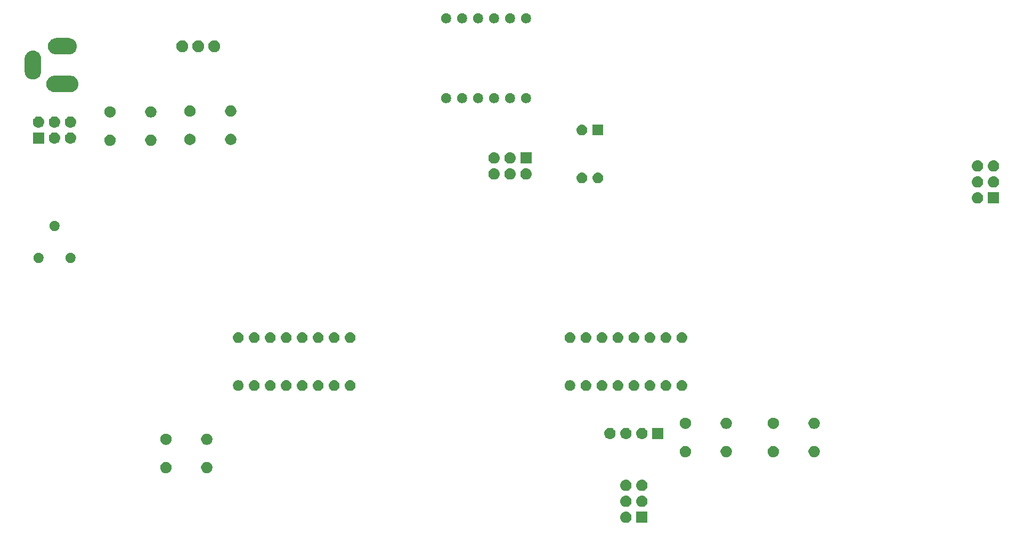
<source format=gbs>
G04 #@! TF.GenerationSoftware,KiCad,Pcbnew,5.1.4+dfsg1-1~bpo10+1*
G04 #@! TF.CreationDate,2019-09-21T23:22:25+08:00*
G04 #@! TF.ProjectId,8-Bit CPU,382d4269-7420-4435-9055-2e6b69636164,rev?*
G04 #@! TF.SameCoordinates,Original*
G04 #@! TF.FileFunction,Soldermask,Bot*
G04 #@! TF.FilePolarity,Negative*
%FSLAX46Y46*%
G04 Gerber Fmt 4.6, Leading zero omitted, Abs format (unit mm)*
G04 Created by KiCad (PCBNEW 5.1.4+dfsg1-1~bpo10+1) date 2019-09-21 23:22:25*
%MOMM*%
%LPD*%
G04 APERTURE LIST*
%ADD10C,0.100000*%
G04 APERTURE END LIST*
D10*
G36*
X138696000Y-138061000D02*
G01*
X136894000Y-138061000D01*
X136894000Y-136259000D01*
X138696000Y-136259000D01*
X138696000Y-138061000D01*
X138696000Y-138061000D01*
G37*
G36*
X135365443Y-136265519D02*
G01*
X135431627Y-136272037D01*
X135601466Y-136323557D01*
X135757991Y-136407222D01*
X135793729Y-136436552D01*
X135895186Y-136519814D01*
X135978448Y-136621271D01*
X136007778Y-136657009D01*
X136091443Y-136813534D01*
X136142963Y-136983373D01*
X136160359Y-137160000D01*
X136142963Y-137336627D01*
X136091443Y-137506466D01*
X136007778Y-137662991D01*
X135978448Y-137698729D01*
X135895186Y-137800186D01*
X135793729Y-137883448D01*
X135757991Y-137912778D01*
X135601466Y-137996443D01*
X135431627Y-138047963D01*
X135365442Y-138054482D01*
X135299260Y-138061000D01*
X135210740Y-138061000D01*
X135144558Y-138054482D01*
X135078373Y-138047963D01*
X134908534Y-137996443D01*
X134752009Y-137912778D01*
X134716271Y-137883448D01*
X134614814Y-137800186D01*
X134531552Y-137698729D01*
X134502222Y-137662991D01*
X134418557Y-137506466D01*
X134367037Y-137336627D01*
X134349641Y-137160000D01*
X134367037Y-136983373D01*
X134418557Y-136813534D01*
X134502222Y-136657009D01*
X134531552Y-136621271D01*
X134614814Y-136519814D01*
X134716271Y-136436552D01*
X134752009Y-136407222D01*
X134908534Y-136323557D01*
X135078373Y-136272037D01*
X135144557Y-136265519D01*
X135210740Y-136259000D01*
X135299260Y-136259000D01*
X135365443Y-136265519D01*
X135365443Y-136265519D01*
G37*
G36*
X135365443Y-133725519D02*
G01*
X135431627Y-133732037D01*
X135601466Y-133783557D01*
X135757991Y-133867222D01*
X135793729Y-133896552D01*
X135895186Y-133979814D01*
X135978448Y-134081271D01*
X136007778Y-134117009D01*
X136091443Y-134273534D01*
X136142963Y-134443373D01*
X136160359Y-134620000D01*
X136142963Y-134796627D01*
X136091443Y-134966466D01*
X136007778Y-135122991D01*
X135978448Y-135158729D01*
X135895186Y-135260186D01*
X135793729Y-135343448D01*
X135757991Y-135372778D01*
X135601466Y-135456443D01*
X135431627Y-135507963D01*
X135365443Y-135514481D01*
X135299260Y-135521000D01*
X135210740Y-135521000D01*
X135144557Y-135514481D01*
X135078373Y-135507963D01*
X134908534Y-135456443D01*
X134752009Y-135372778D01*
X134716271Y-135343448D01*
X134614814Y-135260186D01*
X134531552Y-135158729D01*
X134502222Y-135122991D01*
X134418557Y-134966466D01*
X134367037Y-134796627D01*
X134349641Y-134620000D01*
X134367037Y-134443373D01*
X134418557Y-134273534D01*
X134502222Y-134117009D01*
X134531552Y-134081271D01*
X134614814Y-133979814D01*
X134716271Y-133896552D01*
X134752009Y-133867222D01*
X134908534Y-133783557D01*
X135078373Y-133732037D01*
X135144557Y-133725519D01*
X135210740Y-133719000D01*
X135299260Y-133719000D01*
X135365443Y-133725519D01*
X135365443Y-133725519D01*
G37*
G36*
X137905443Y-133725519D02*
G01*
X137971627Y-133732037D01*
X138141466Y-133783557D01*
X138297991Y-133867222D01*
X138333729Y-133896552D01*
X138435186Y-133979814D01*
X138518448Y-134081271D01*
X138547778Y-134117009D01*
X138631443Y-134273534D01*
X138682963Y-134443373D01*
X138700359Y-134620000D01*
X138682963Y-134796627D01*
X138631443Y-134966466D01*
X138547778Y-135122991D01*
X138518448Y-135158729D01*
X138435186Y-135260186D01*
X138333729Y-135343448D01*
X138297991Y-135372778D01*
X138141466Y-135456443D01*
X137971627Y-135507963D01*
X137905443Y-135514481D01*
X137839260Y-135521000D01*
X137750740Y-135521000D01*
X137684557Y-135514481D01*
X137618373Y-135507963D01*
X137448534Y-135456443D01*
X137292009Y-135372778D01*
X137256271Y-135343448D01*
X137154814Y-135260186D01*
X137071552Y-135158729D01*
X137042222Y-135122991D01*
X136958557Y-134966466D01*
X136907037Y-134796627D01*
X136889641Y-134620000D01*
X136907037Y-134443373D01*
X136958557Y-134273534D01*
X137042222Y-134117009D01*
X137071552Y-134081271D01*
X137154814Y-133979814D01*
X137256271Y-133896552D01*
X137292009Y-133867222D01*
X137448534Y-133783557D01*
X137618373Y-133732037D01*
X137684557Y-133725519D01*
X137750740Y-133719000D01*
X137839260Y-133719000D01*
X137905443Y-133725519D01*
X137905443Y-133725519D01*
G37*
G36*
X135365442Y-131185518D02*
G01*
X135431627Y-131192037D01*
X135601466Y-131243557D01*
X135757991Y-131327222D01*
X135793729Y-131356552D01*
X135895186Y-131439814D01*
X135978448Y-131541271D01*
X136007778Y-131577009D01*
X136091443Y-131733534D01*
X136142963Y-131903373D01*
X136160359Y-132080000D01*
X136142963Y-132256627D01*
X136091443Y-132426466D01*
X136007778Y-132582991D01*
X135978448Y-132618729D01*
X135895186Y-132720186D01*
X135793729Y-132803448D01*
X135757991Y-132832778D01*
X135601466Y-132916443D01*
X135431627Y-132967963D01*
X135365443Y-132974481D01*
X135299260Y-132981000D01*
X135210740Y-132981000D01*
X135144557Y-132974481D01*
X135078373Y-132967963D01*
X134908534Y-132916443D01*
X134752009Y-132832778D01*
X134716271Y-132803448D01*
X134614814Y-132720186D01*
X134531552Y-132618729D01*
X134502222Y-132582991D01*
X134418557Y-132426466D01*
X134367037Y-132256627D01*
X134349641Y-132080000D01*
X134367037Y-131903373D01*
X134418557Y-131733534D01*
X134502222Y-131577009D01*
X134531552Y-131541271D01*
X134614814Y-131439814D01*
X134716271Y-131356552D01*
X134752009Y-131327222D01*
X134908534Y-131243557D01*
X135078373Y-131192037D01*
X135144558Y-131185518D01*
X135210740Y-131179000D01*
X135299260Y-131179000D01*
X135365442Y-131185518D01*
X135365442Y-131185518D01*
G37*
G36*
X137905442Y-131185518D02*
G01*
X137971627Y-131192037D01*
X138141466Y-131243557D01*
X138297991Y-131327222D01*
X138333729Y-131356552D01*
X138435186Y-131439814D01*
X138518448Y-131541271D01*
X138547778Y-131577009D01*
X138631443Y-131733534D01*
X138682963Y-131903373D01*
X138700359Y-132080000D01*
X138682963Y-132256627D01*
X138631443Y-132426466D01*
X138547778Y-132582991D01*
X138518448Y-132618729D01*
X138435186Y-132720186D01*
X138333729Y-132803448D01*
X138297991Y-132832778D01*
X138141466Y-132916443D01*
X137971627Y-132967963D01*
X137905443Y-132974481D01*
X137839260Y-132981000D01*
X137750740Y-132981000D01*
X137684557Y-132974481D01*
X137618373Y-132967963D01*
X137448534Y-132916443D01*
X137292009Y-132832778D01*
X137256271Y-132803448D01*
X137154814Y-132720186D01*
X137071552Y-132618729D01*
X137042222Y-132582991D01*
X136958557Y-132426466D01*
X136907037Y-132256627D01*
X136889641Y-132080000D01*
X136907037Y-131903373D01*
X136958557Y-131733534D01*
X137042222Y-131577009D01*
X137071552Y-131541271D01*
X137154814Y-131439814D01*
X137256271Y-131356552D01*
X137292009Y-131327222D01*
X137448534Y-131243557D01*
X137618373Y-131192037D01*
X137684558Y-131185518D01*
X137750740Y-131179000D01*
X137839260Y-131179000D01*
X137905442Y-131185518D01*
X137905442Y-131185518D01*
G37*
G36*
X68768512Y-128353927D02*
G01*
X68917812Y-128383624D01*
X69081784Y-128451544D01*
X69229354Y-128550147D01*
X69354853Y-128675646D01*
X69453456Y-128823216D01*
X69521376Y-128987188D01*
X69556000Y-129161259D01*
X69556000Y-129338741D01*
X69521376Y-129512812D01*
X69453456Y-129676784D01*
X69354853Y-129824354D01*
X69229354Y-129949853D01*
X69081784Y-130048456D01*
X68917812Y-130116376D01*
X68768512Y-130146073D01*
X68743742Y-130151000D01*
X68566258Y-130151000D01*
X68541488Y-130146073D01*
X68392188Y-130116376D01*
X68228216Y-130048456D01*
X68080646Y-129949853D01*
X67955147Y-129824354D01*
X67856544Y-129676784D01*
X67788624Y-129512812D01*
X67754000Y-129338741D01*
X67754000Y-129161259D01*
X67788624Y-128987188D01*
X67856544Y-128823216D01*
X67955147Y-128675646D01*
X68080646Y-128550147D01*
X68228216Y-128451544D01*
X68392188Y-128383624D01*
X68541488Y-128353927D01*
X68566258Y-128349000D01*
X68743742Y-128349000D01*
X68768512Y-128353927D01*
X68768512Y-128353927D01*
G37*
G36*
X62268512Y-128353927D02*
G01*
X62417812Y-128383624D01*
X62581784Y-128451544D01*
X62729354Y-128550147D01*
X62854853Y-128675646D01*
X62953456Y-128823216D01*
X63021376Y-128987188D01*
X63056000Y-129161259D01*
X63056000Y-129338741D01*
X63021376Y-129512812D01*
X62953456Y-129676784D01*
X62854853Y-129824354D01*
X62729354Y-129949853D01*
X62581784Y-130048456D01*
X62417812Y-130116376D01*
X62268512Y-130146073D01*
X62243742Y-130151000D01*
X62066258Y-130151000D01*
X62041488Y-130146073D01*
X61892188Y-130116376D01*
X61728216Y-130048456D01*
X61580646Y-129949853D01*
X61455147Y-129824354D01*
X61356544Y-129676784D01*
X61288624Y-129512812D01*
X61254000Y-129338741D01*
X61254000Y-129161259D01*
X61288624Y-128987188D01*
X61356544Y-128823216D01*
X61455147Y-128675646D01*
X61580646Y-128550147D01*
X61728216Y-128451544D01*
X61892188Y-128383624D01*
X62041488Y-128353927D01*
X62066258Y-128349000D01*
X62243742Y-128349000D01*
X62268512Y-128353927D01*
X62268512Y-128353927D01*
G37*
G36*
X151318512Y-125813927D02*
G01*
X151467812Y-125843624D01*
X151631784Y-125911544D01*
X151779354Y-126010147D01*
X151904853Y-126135646D01*
X152003456Y-126283216D01*
X152071376Y-126447188D01*
X152106000Y-126621259D01*
X152106000Y-126798741D01*
X152071376Y-126972812D01*
X152003456Y-127136784D01*
X151904853Y-127284354D01*
X151779354Y-127409853D01*
X151631784Y-127508456D01*
X151467812Y-127576376D01*
X151318512Y-127606073D01*
X151293742Y-127611000D01*
X151116258Y-127611000D01*
X151091488Y-127606073D01*
X150942188Y-127576376D01*
X150778216Y-127508456D01*
X150630646Y-127409853D01*
X150505147Y-127284354D01*
X150406544Y-127136784D01*
X150338624Y-126972812D01*
X150304000Y-126798741D01*
X150304000Y-126621259D01*
X150338624Y-126447188D01*
X150406544Y-126283216D01*
X150505147Y-126135646D01*
X150630646Y-126010147D01*
X150778216Y-125911544D01*
X150942188Y-125843624D01*
X151091488Y-125813927D01*
X151116258Y-125809000D01*
X151293742Y-125809000D01*
X151318512Y-125813927D01*
X151318512Y-125813927D01*
G37*
G36*
X158788512Y-125813927D02*
G01*
X158937812Y-125843624D01*
X159101784Y-125911544D01*
X159249354Y-126010147D01*
X159374853Y-126135646D01*
X159473456Y-126283216D01*
X159541376Y-126447188D01*
X159576000Y-126621259D01*
X159576000Y-126798741D01*
X159541376Y-126972812D01*
X159473456Y-127136784D01*
X159374853Y-127284354D01*
X159249354Y-127409853D01*
X159101784Y-127508456D01*
X158937812Y-127576376D01*
X158788512Y-127606073D01*
X158763742Y-127611000D01*
X158586258Y-127611000D01*
X158561488Y-127606073D01*
X158412188Y-127576376D01*
X158248216Y-127508456D01*
X158100646Y-127409853D01*
X157975147Y-127284354D01*
X157876544Y-127136784D01*
X157808624Y-126972812D01*
X157774000Y-126798741D01*
X157774000Y-126621259D01*
X157808624Y-126447188D01*
X157876544Y-126283216D01*
X157975147Y-126135646D01*
X158100646Y-126010147D01*
X158248216Y-125911544D01*
X158412188Y-125843624D01*
X158561488Y-125813927D01*
X158586258Y-125809000D01*
X158763742Y-125809000D01*
X158788512Y-125813927D01*
X158788512Y-125813927D01*
G37*
G36*
X165288512Y-125813927D02*
G01*
X165437812Y-125843624D01*
X165601784Y-125911544D01*
X165749354Y-126010147D01*
X165874853Y-126135646D01*
X165973456Y-126283216D01*
X166041376Y-126447188D01*
X166076000Y-126621259D01*
X166076000Y-126798741D01*
X166041376Y-126972812D01*
X165973456Y-127136784D01*
X165874853Y-127284354D01*
X165749354Y-127409853D01*
X165601784Y-127508456D01*
X165437812Y-127576376D01*
X165288512Y-127606073D01*
X165263742Y-127611000D01*
X165086258Y-127611000D01*
X165061488Y-127606073D01*
X164912188Y-127576376D01*
X164748216Y-127508456D01*
X164600646Y-127409853D01*
X164475147Y-127284354D01*
X164376544Y-127136784D01*
X164308624Y-126972812D01*
X164274000Y-126798741D01*
X164274000Y-126621259D01*
X164308624Y-126447188D01*
X164376544Y-126283216D01*
X164475147Y-126135646D01*
X164600646Y-126010147D01*
X164748216Y-125911544D01*
X164912188Y-125843624D01*
X165061488Y-125813927D01*
X165086258Y-125809000D01*
X165263742Y-125809000D01*
X165288512Y-125813927D01*
X165288512Y-125813927D01*
G37*
G36*
X144818512Y-125813927D02*
G01*
X144967812Y-125843624D01*
X145131784Y-125911544D01*
X145279354Y-126010147D01*
X145404853Y-126135646D01*
X145503456Y-126283216D01*
X145571376Y-126447188D01*
X145606000Y-126621259D01*
X145606000Y-126798741D01*
X145571376Y-126972812D01*
X145503456Y-127136784D01*
X145404853Y-127284354D01*
X145279354Y-127409853D01*
X145131784Y-127508456D01*
X144967812Y-127576376D01*
X144818512Y-127606073D01*
X144793742Y-127611000D01*
X144616258Y-127611000D01*
X144591488Y-127606073D01*
X144442188Y-127576376D01*
X144278216Y-127508456D01*
X144130646Y-127409853D01*
X144005147Y-127284354D01*
X143906544Y-127136784D01*
X143838624Y-126972812D01*
X143804000Y-126798741D01*
X143804000Y-126621259D01*
X143838624Y-126447188D01*
X143906544Y-126283216D01*
X144005147Y-126135646D01*
X144130646Y-126010147D01*
X144278216Y-125911544D01*
X144442188Y-125843624D01*
X144591488Y-125813927D01*
X144616258Y-125809000D01*
X144793742Y-125809000D01*
X144818512Y-125813927D01*
X144818512Y-125813927D01*
G37*
G36*
X62268512Y-123853927D02*
G01*
X62417812Y-123883624D01*
X62581784Y-123951544D01*
X62729354Y-124050147D01*
X62854853Y-124175646D01*
X62953456Y-124323216D01*
X63021376Y-124487188D01*
X63056000Y-124661259D01*
X63056000Y-124838741D01*
X63021376Y-125012812D01*
X62953456Y-125176784D01*
X62854853Y-125324354D01*
X62729354Y-125449853D01*
X62581784Y-125548456D01*
X62417812Y-125616376D01*
X62268512Y-125646073D01*
X62243742Y-125651000D01*
X62066258Y-125651000D01*
X62041488Y-125646073D01*
X61892188Y-125616376D01*
X61728216Y-125548456D01*
X61580646Y-125449853D01*
X61455147Y-125324354D01*
X61356544Y-125176784D01*
X61288624Y-125012812D01*
X61254000Y-124838741D01*
X61254000Y-124661259D01*
X61288624Y-124487188D01*
X61356544Y-124323216D01*
X61455147Y-124175646D01*
X61580646Y-124050147D01*
X61728216Y-123951544D01*
X61892188Y-123883624D01*
X62041488Y-123853927D01*
X62066258Y-123849000D01*
X62243742Y-123849000D01*
X62268512Y-123853927D01*
X62268512Y-123853927D01*
G37*
G36*
X68768512Y-123853927D02*
G01*
X68917812Y-123883624D01*
X69081784Y-123951544D01*
X69229354Y-124050147D01*
X69354853Y-124175646D01*
X69453456Y-124323216D01*
X69521376Y-124487188D01*
X69556000Y-124661259D01*
X69556000Y-124838741D01*
X69521376Y-125012812D01*
X69453456Y-125176784D01*
X69354853Y-125324354D01*
X69229354Y-125449853D01*
X69081784Y-125548456D01*
X68917812Y-125616376D01*
X68768512Y-125646073D01*
X68743742Y-125651000D01*
X68566258Y-125651000D01*
X68541488Y-125646073D01*
X68392188Y-125616376D01*
X68228216Y-125548456D01*
X68080646Y-125449853D01*
X67955147Y-125324354D01*
X67856544Y-125176784D01*
X67788624Y-125012812D01*
X67754000Y-124838741D01*
X67754000Y-124661259D01*
X67788624Y-124487188D01*
X67856544Y-124323216D01*
X67955147Y-124175646D01*
X68080646Y-124050147D01*
X68228216Y-123951544D01*
X68392188Y-123883624D01*
X68541488Y-123853927D01*
X68566258Y-123849000D01*
X68743742Y-123849000D01*
X68768512Y-123853927D01*
X68768512Y-123853927D01*
G37*
G36*
X137905443Y-122930519D02*
G01*
X137971627Y-122937037D01*
X138141466Y-122988557D01*
X138297991Y-123072222D01*
X138333729Y-123101552D01*
X138435186Y-123184814D01*
X138518448Y-123286271D01*
X138547778Y-123322009D01*
X138631443Y-123478534D01*
X138682963Y-123648373D01*
X138700359Y-123825000D01*
X138682963Y-124001627D01*
X138631443Y-124171466D01*
X138547778Y-124327991D01*
X138518448Y-124363729D01*
X138435186Y-124465186D01*
X138333729Y-124548448D01*
X138297991Y-124577778D01*
X138141466Y-124661443D01*
X137971627Y-124712963D01*
X137905443Y-124719481D01*
X137839260Y-124726000D01*
X137750740Y-124726000D01*
X137684557Y-124719481D01*
X137618373Y-124712963D01*
X137448534Y-124661443D01*
X137292009Y-124577778D01*
X137256271Y-124548448D01*
X137154814Y-124465186D01*
X137071552Y-124363729D01*
X137042222Y-124327991D01*
X136958557Y-124171466D01*
X136907037Y-124001627D01*
X136889641Y-123825000D01*
X136907037Y-123648373D01*
X136958557Y-123478534D01*
X137042222Y-123322009D01*
X137071552Y-123286271D01*
X137154814Y-123184814D01*
X137256271Y-123101552D01*
X137292009Y-123072222D01*
X137448534Y-122988557D01*
X137618373Y-122937037D01*
X137684557Y-122930519D01*
X137750740Y-122924000D01*
X137839260Y-122924000D01*
X137905443Y-122930519D01*
X137905443Y-122930519D01*
G37*
G36*
X132825443Y-122930519D02*
G01*
X132891627Y-122937037D01*
X133061466Y-122988557D01*
X133217991Y-123072222D01*
X133253729Y-123101552D01*
X133355186Y-123184814D01*
X133438448Y-123286271D01*
X133467778Y-123322009D01*
X133551443Y-123478534D01*
X133602963Y-123648373D01*
X133620359Y-123825000D01*
X133602963Y-124001627D01*
X133551443Y-124171466D01*
X133467778Y-124327991D01*
X133438448Y-124363729D01*
X133355186Y-124465186D01*
X133253729Y-124548448D01*
X133217991Y-124577778D01*
X133061466Y-124661443D01*
X132891627Y-124712963D01*
X132825443Y-124719481D01*
X132759260Y-124726000D01*
X132670740Y-124726000D01*
X132604557Y-124719481D01*
X132538373Y-124712963D01*
X132368534Y-124661443D01*
X132212009Y-124577778D01*
X132176271Y-124548448D01*
X132074814Y-124465186D01*
X131991552Y-124363729D01*
X131962222Y-124327991D01*
X131878557Y-124171466D01*
X131827037Y-124001627D01*
X131809641Y-123825000D01*
X131827037Y-123648373D01*
X131878557Y-123478534D01*
X131962222Y-123322009D01*
X131991552Y-123286271D01*
X132074814Y-123184814D01*
X132176271Y-123101552D01*
X132212009Y-123072222D01*
X132368534Y-122988557D01*
X132538373Y-122937037D01*
X132604557Y-122930519D01*
X132670740Y-122924000D01*
X132759260Y-122924000D01*
X132825443Y-122930519D01*
X132825443Y-122930519D01*
G37*
G36*
X135365443Y-122930519D02*
G01*
X135431627Y-122937037D01*
X135601466Y-122988557D01*
X135757991Y-123072222D01*
X135793729Y-123101552D01*
X135895186Y-123184814D01*
X135978448Y-123286271D01*
X136007778Y-123322009D01*
X136091443Y-123478534D01*
X136142963Y-123648373D01*
X136160359Y-123825000D01*
X136142963Y-124001627D01*
X136091443Y-124171466D01*
X136007778Y-124327991D01*
X135978448Y-124363729D01*
X135895186Y-124465186D01*
X135793729Y-124548448D01*
X135757991Y-124577778D01*
X135601466Y-124661443D01*
X135431627Y-124712963D01*
X135365443Y-124719481D01*
X135299260Y-124726000D01*
X135210740Y-124726000D01*
X135144557Y-124719481D01*
X135078373Y-124712963D01*
X134908534Y-124661443D01*
X134752009Y-124577778D01*
X134716271Y-124548448D01*
X134614814Y-124465186D01*
X134531552Y-124363729D01*
X134502222Y-124327991D01*
X134418557Y-124171466D01*
X134367037Y-124001627D01*
X134349641Y-123825000D01*
X134367037Y-123648373D01*
X134418557Y-123478534D01*
X134502222Y-123322009D01*
X134531552Y-123286271D01*
X134614814Y-123184814D01*
X134716271Y-123101552D01*
X134752009Y-123072222D01*
X134908534Y-122988557D01*
X135078373Y-122937037D01*
X135144557Y-122930519D01*
X135210740Y-122924000D01*
X135299260Y-122924000D01*
X135365443Y-122930519D01*
X135365443Y-122930519D01*
G37*
G36*
X141236000Y-124726000D02*
G01*
X139434000Y-124726000D01*
X139434000Y-122924000D01*
X141236000Y-122924000D01*
X141236000Y-124726000D01*
X141236000Y-124726000D01*
G37*
G36*
X165288512Y-121313927D02*
G01*
X165437812Y-121343624D01*
X165601784Y-121411544D01*
X165749354Y-121510147D01*
X165874853Y-121635646D01*
X165973456Y-121783216D01*
X166041376Y-121947188D01*
X166076000Y-122121259D01*
X166076000Y-122298741D01*
X166041376Y-122472812D01*
X165973456Y-122636784D01*
X165874853Y-122784354D01*
X165749354Y-122909853D01*
X165601784Y-123008456D01*
X165437812Y-123076376D01*
X165288512Y-123106073D01*
X165263742Y-123111000D01*
X165086258Y-123111000D01*
X165061488Y-123106073D01*
X164912188Y-123076376D01*
X164748216Y-123008456D01*
X164600646Y-122909853D01*
X164475147Y-122784354D01*
X164376544Y-122636784D01*
X164308624Y-122472812D01*
X164274000Y-122298741D01*
X164274000Y-122121259D01*
X164308624Y-121947188D01*
X164376544Y-121783216D01*
X164475147Y-121635646D01*
X164600646Y-121510147D01*
X164748216Y-121411544D01*
X164912188Y-121343624D01*
X165061488Y-121313927D01*
X165086258Y-121309000D01*
X165263742Y-121309000D01*
X165288512Y-121313927D01*
X165288512Y-121313927D01*
G37*
G36*
X144818512Y-121313927D02*
G01*
X144967812Y-121343624D01*
X145131784Y-121411544D01*
X145279354Y-121510147D01*
X145404853Y-121635646D01*
X145503456Y-121783216D01*
X145571376Y-121947188D01*
X145606000Y-122121259D01*
X145606000Y-122298741D01*
X145571376Y-122472812D01*
X145503456Y-122636784D01*
X145404853Y-122784354D01*
X145279354Y-122909853D01*
X145131784Y-123008456D01*
X144967812Y-123076376D01*
X144818512Y-123106073D01*
X144793742Y-123111000D01*
X144616258Y-123111000D01*
X144591488Y-123106073D01*
X144442188Y-123076376D01*
X144278216Y-123008456D01*
X144130646Y-122909853D01*
X144005147Y-122784354D01*
X143906544Y-122636784D01*
X143838624Y-122472812D01*
X143804000Y-122298741D01*
X143804000Y-122121259D01*
X143838624Y-121947188D01*
X143906544Y-121783216D01*
X144005147Y-121635646D01*
X144130646Y-121510147D01*
X144278216Y-121411544D01*
X144442188Y-121343624D01*
X144591488Y-121313927D01*
X144616258Y-121309000D01*
X144793742Y-121309000D01*
X144818512Y-121313927D01*
X144818512Y-121313927D01*
G37*
G36*
X158788512Y-121313927D02*
G01*
X158937812Y-121343624D01*
X159101784Y-121411544D01*
X159249354Y-121510147D01*
X159374853Y-121635646D01*
X159473456Y-121783216D01*
X159541376Y-121947188D01*
X159576000Y-122121259D01*
X159576000Y-122298741D01*
X159541376Y-122472812D01*
X159473456Y-122636784D01*
X159374853Y-122784354D01*
X159249354Y-122909853D01*
X159101784Y-123008456D01*
X158937812Y-123076376D01*
X158788512Y-123106073D01*
X158763742Y-123111000D01*
X158586258Y-123111000D01*
X158561488Y-123106073D01*
X158412188Y-123076376D01*
X158248216Y-123008456D01*
X158100646Y-122909853D01*
X157975147Y-122784354D01*
X157876544Y-122636784D01*
X157808624Y-122472812D01*
X157774000Y-122298741D01*
X157774000Y-122121259D01*
X157808624Y-121947188D01*
X157876544Y-121783216D01*
X157975147Y-121635646D01*
X158100646Y-121510147D01*
X158248216Y-121411544D01*
X158412188Y-121343624D01*
X158561488Y-121313927D01*
X158586258Y-121309000D01*
X158763742Y-121309000D01*
X158788512Y-121313927D01*
X158788512Y-121313927D01*
G37*
G36*
X151318512Y-121313927D02*
G01*
X151467812Y-121343624D01*
X151631784Y-121411544D01*
X151779354Y-121510147D01*
X151904853Y-121635646D01*
X152003456Y-121783216D01*
X152071376Y-121947188D01*
X152106000Y-122121259D01*
X152106000Y-122298741D01*
X152071376Y-122472812D01*
X152003456Y-122636784D01*
X151904853Y-122784354D01*
X151779354Y-122909853D01*
X151631784Y-123008456D01*
X151467812Y-123076376D01*
X151318512Y-123106073D01*
X151293742Y-123111000D01*
X151116258Y-123111000D01*
X151091488Y-123106073D01*
X150942188Y-123076376D01*
X150778216Y-123008456D01*
X150630646Y-122909853D01*
X150505147Y-122784354D01*
X150406544Y-122636784D01*
X150338624Y-122472812D01*
X150304000Y-122298741D01*
X150304000Y-122121259D01*
X150338624Y-121947188D01*
X150406544Y-121783216D01*
X150505147Y-121635646D01*
X150630646Y-121510147D01*
X150778216Y-121411544D01*
X150942188Y-121343624D01*
X151091488Y-121313927D01*
X151116258Y-121309000D01*
X151293742Y-121309000D01*
X151318512Y-121313927D01*
X151318512Y-121313927D01*
G37*
G36*
X78906823Y-115366313D02*
G01*
X79067242Y-115414976D01*
X79134361Y-115450852D01*
X79215078Y-115493996D01*
X79344659Y-115600341D01*
X79451004Y-115729922D01*
X79451005Y-115729924D01*
X79530024Y-115877758D01*
X79578687Y-116038177D01*
X79595117Y-116205000D01*
X79578687Y-116371823D01*
X79530024Y-116532242D01*
X79489477Y-116608100D01*
X79451004Y-116680078D01*
X79344659Y-116809659D01*
X79215078Y-116916004D01*
X79215076Y-116916005D01*
X79067242Y-116995024D01*
X78906823Y-117043687D01*
X78781804Y-117056000D01*
X78698196Y-117056000D01*
X78573177Y-117043687D01*
X78412758Y-116995024D01*
X78264924Y-116916005D01*
X78264922Y-116916004D01*
X78135341Y-116809659D01*
X78028996Y-116680078D01*
X77990523Y-116608100D01*
X77949976Y-116532242D01*
X77901313Y-116371823D01*
X77884883Y-116205000D01*
X77901313Y-116038177D01*
X77949976Y-115877758D01*
X78028995Y-115729924D01*
X78028996Y-115729922D01*
X78135341Y-115600341D01*
X78264922Y-115493996D01*
X78345639Y-115450852D01*
X78412758Y-115414976D01*
X78573177Y-115366313D01*
X78698196Y-115354000D01*
X78781804Y-115354000D01*
X78906823Y-115366313D01*
X78906823Y-115366313D01*
G37*
G36*
X144311823Y-115366313D02*
G01*
X144472242Y-115414976D01*
X144539361Y-115450852D01*
X144620078Y-115493996D01*
X144749659Y-115600341D01*
X144856004Y-115729922D01*
X144856005Y-115729924D01*
X144935024Y-115877758D01*
X144983687Y-116038177D01*
X145000117Y-116205000D01*
X144983687Y-116371823D01*
X144935024Y-116532242D01*
X144894477Y-116608100D01*
X144856004Y-116680078D01*
X144749659Y-116809659D01*
X144620078Y-116916004D01*
X144620076Y-116916005D01*
X144472242Y-116995024D01*
X144311823Y-117043687D01*
X144186804Y-117056000D01*
X144103196Y-117056000D01*
X143978177Y-117043687D01*
X143817758Y-116995024D01*
X143669924Y-116916005D01*
X143669922Y-116916004D01*
X143540341Y-116809659D01*
X143433996Y-116680078D01*
X143395523Y-116608100D01*
X143354976Y-116532242D01*
X143306313Y-116371823D01*
X143289883Y-116205000D01*
X143306313Y-116038177D01*
X143354976Y-115877758D01*
X143433995Y-115729924D01*
X143433996Y-115729922D01*
X143540341Y-115600341D01*
X143669922Y-115493996D01*
X143750639Y-115450852D01*
X143817758Y-115414976D01*
X143978177Y-115366313D01*
X144103196Y-115354000D01*
X144186804Y-115354000D01*
X144311823Y-115366313D01*
X144311823Y-115366313D01*
G37*
G36*
X141771823Y-115366313D02*
G01*
X141932242Y-115414976D01*
X141999361Y-115450852D01*
X142080078Y-115493996D01*
X142209659Y-115600341D01*
X142316004Y-115729922D01*
X142316005Y-115729924D01*
X142395024Y-115877758D01*
X142443687Y-116038177D01*
X142460117Y-116205000D01*
X142443687Y-116371823D01*
X142395024Y-116532242D01*
X142354477Y-116608100D01*
X142316004Y-116680078D01*
X142209659Y-116809659D01*
X142080078Y-116916004D01*
X142080076Y-116916005D01*
X141932242Y-116995024D01*
X141771823Y-117043687D01*
X141646804Y-117056000D01*
X141563196Y-117056000D01*
X141438177Y-117043687D01*
X141277758Y-116995024D01*
X141129924Y-116916005D01*
X141129922Y-116916004D01*
X141000341Y-116809659D01*
X140893996Y-116680078D01*
X140855523Y-116608100D01*
X140814976Y-116532242D01*
X140766313Y-116371823D01*
X140749883Y-116205000D01*
X140766313Y-116038177D01*
X140814976Y-115877758D01*
X140893995Y-115729924D01*
X140893996Y-115729922D01*
X141000341Y-115600341D01*
X141129922Y-115493996D01*
X141210639Y-115450852D01*
X141277758Y-115414976D01*
X141438177Y-115366313D01*
X141563196Y-115354000D01*
X141646804Y-115354000D01*
X141771823Y-115366313D01*
X141771823Y-115366313D01*
G37*
G36*
X139231823Y-115366313D02*
G01*
X139392242Y-115414976D01*
X139459361Y-115450852D01*
X139540078Y-115493996D01*
X139669659Y-115600341D01*
X139776004Y-115729922D01*
X139776005Y-115729924D01*
X139855024Y-115877758D01*
X139903687Y-116038177D01*
X139920117Y-116205000D01*
X139903687Y-116371823D01*
X139855024Y-116532242D01*
X139814477Y-116608100D01*
X139776004Y-116680078D01*
X139669659Y-116809659D01*
X139540078Y-116916004D01*
X139540076Y-116916005D01*
X139392242Y-116995024D01*
X139231823Y-117043687D01*
X139106804Y-117056000D01*
X139023196Y-117056000D01*
X138898177Y-117043687D01*
X138737758Y-116995024D01*
X138589924Y-116916005D01*
X138589922Y-116916004D01*
X138460341Y-116809659D01*
X138353996Y-116680078D01*
X138315523Y-116608100D01*
X138274976Y-116532242D01*
X138226313Y-116371823D01*
X138209883Y-116205000D01*
X138226313Y-116038177D01*
X138274976Y-115877758D01*
X138353995Y-115729924D01*
X138353996Y-115729922D01*
X138460341Y-115600341D01*
X138589922Y-115493996D01*
X138670639Y-115450852D01*
X138737758Y-115414976D01*
X138898177Y-115366313D01*
X139023196Y-115354000D01*
X139106804Y-115354000D01*
X139231823Y-115366313D01*
X139231823Y-115366313D01*
G37*
G36*
X136691823Y-115366313D02*
G01*
X136852242Y-115414976D01*
X136919361Y-115450852D01*
X137000078Y-115493996D01*
X137129659Y-115600341D01*
X137236004Y-115729922D01*
X137236005Y-115729924D01*
X137315024Y-115877758D01*
X137363687Y-116038177D01*
X137380117Y-116205000D01*
X137363687Y-116371823D01*
X137315024Y-116532242D01*
X137274477Y-116608100D01*
X137236004Y-116680078D01*
X137129659Y-116809659D01*
X137000078Y-116916004D01*
X137000076Y-116916005D01*
X136852242Y-116995024D01*
X136691823Y-117043687D01*
X136566804Y-117056000D01*
X136483196Y-117056000D01*
X136358177Y-117043687D01*
X136197758Y-116995024D01*
X136049924Y-116916005D01*
X136049922Y-116916004D01*
X135920341Y-116809659D01*
X135813996Y-116680078D01*
X135775523Y-116608100D01*
X135734976Y-116532242D01*
X135686313Y-116371823D01*
X135669883Y-116205000D01*
X135686313Y-116038177D01*
X135734976Y-115877758D01*
X135813995Y-115729924D01*
X135813996Y-115729922D01*
X135920341Y-115600341D01*
X136049922Y-115493996D01*
X136130639Y-115450852D01*
X136197758Y-115414976D01*
X136358177Y-115366313D01*
X136483196Y-115354000D01*
X136566804Y-115354000D01*
X136691823Y-115366313D01*
X136691823Y-115366313D01*
G37*
G36*
X134151823Y-115366313D02*
G01*
X134312242Y-115414976D01*
X134379361Y-115450852D01*
X134460078Y-115493996D01*
X134589659Y-115600341D01*
X134696004Y-115729922D01*
X134696005Y-115729924D01*
X134775024Y-115877758D01*
X134823687Y-116038177D01*
X134840117Y-116205000D01*
X134823687Y-116371823D01*
X134775024Y-116532242D01*
X134734477Y-116608100D01*
X134696004Y-116680078D01*
X134589659Y-116809659D01*
X134460078Y-116916004D01*
X134460076Y-116916005D01*
X134312242Y-116995024D01*
X134151823Y-117043687D01*
X134026804Y-117056000D01*
X133943196Y-117056000D01*
X133818177Y-117043687D01*
X133657758Y-116995024D01*
X133509924Y-116916005D01*
X133509922Y-116916004D01*
X133380341Y-116809659D01*
X133273996Y-116680078D01*
X133235523Y-116608100D01*
X133194976Y-116532242D01*
X133146313Y-116371823D01*
X133129883Y-116205000D01*
X133146313Y-116038177D01*
X133194976Y-115877758D01*
X133273995Y-115729924D01*
X133273996Y-115729922D01*
X133380341Y-115600341D01*
X133509922Y-115493996D01*
X133590639Y-115450852D01*
X133657758Y-115414976D01*
X133818177Y-115366313D01*
X133943196Y-115354000D01*
X134026804Y-115354000D01*
X134151823Y-115366313D01*
X134151823Y-115366313D01*
G37*
G36*
X131611823Y-115366313D02*
G01*
X131772242Y-115414976D01*
X131839361Y-115450852D01*
X131920078Y-115493996D01*
X132049659Y-115600341D01*
X132156004Y-115729922D01*
X132156005Y-115729924D01*
X132235024Y-115877758D01*
X132283687Y-116038177D01*
X132300117Y-116205000D01*
X132283687Y-116371823D01*
X132235024Y-116532242D01*
X132194477Y-116608100D01*
X132156004Y-116680078D01*
X132049659Y-116809659D01*
X131920078Y-116916004D01*
X131920076Y-116916005D01*
X131772242Y-116995024D01*
X131611823Y-117043687D01*
X131486804Y-117056000D01*
X131403196Y-117056000D01*
X131278177Y-117043687D01*
X131117758Y-116995024D01*
X130969924Y-116916005D01*
X130969922Y-116916004D01*
X130840341Y-116809659D01*
X130733996Y-116680078D01*
X130695523Y-116608100D01*
X130654976Y-116532242D01*
X130606313Y-116371823D01*
X130589883Y-116205000D01*
X130606313Y-116038177D01*
X130654976Y-115877758D01*
X130733995Y-115729924D01*
X130733996Y-115729922D01*
X130840341Y-115600341D01*
X130969922Y-115493996D01*
X131050639Y-115450852D01*
X131117758Y-115414976D01*
X131278177Y-115366313D01*
X131403196Y-115354000D01*
X131486804Y-115354000D01*
X131611823Y-115366313D01*
X131611823Y-115366313D01*
G37*
G36*
X129071823Y-115366313D02*
G01*
X129232242Y-115414976D01*
X129299361Y-115450852D01*
X129380078Y-115493996D01*
X129509659Y-115600341D01*
X129616004Y-115729922D01*
X129616005Y-115729924D01*
X129695024Y-115877758D01*
X129743687Y-116038177D01*
X129760117Y-116205000D01*
X129743687Y-116371823D01*
X129695024Y-116532242D01*
X129654477Y-116608100D01*
X129616004Y-116680078D01*
X129509659Y-116809659D01*
X129380078Y-116916004D01*
X129380076Y-116916005D01*
X129232242Y-116995024D01*
X129071823Y-117043687D01*
X128946804Y-117056000D01*
X128863196Y-117056000D01*
X128738177Y-117043687D01*
X128577758Y-116995024D01*
X128429924Y-116916005D01*
X128429922Y-116916004D01*
X128300341Y-116809659D01*
X128193996Y-116680078D01*
X128155523Y-116608100D01*
X128114976Y-116532242D01*
X128066313Y-116371823D01*
X128049883Y-116205000D01*
X128066313Y-116038177D01*
X128114976Y-115877758D01*
X128193995Y-115729924D01*
X128193996Y-115729922D01*
X128300341Y-115600341D01*
X128429922Y-115493996D01*
X128510639Y-115450852D01*
X128577758Y-115414976D01*
X128738177Y-115366313D01*
X128863196Y-115354000D01*
X128946804Y-115354000D01*
X129071823Y-115366313D01*
X129071823Y-115366313D01*
G37*
G36*
X126613228Y-115386703D02*
G01*
X126768100Y-115450853D01*
X126907481Y-115543985D01*
X127026015Y-115662519D01*
X127119147Y-115801900D01*
X127183297Y-115956772D01*
X127216000Y-116121184D01*
X127216000Y-116288816D01*
X127183297Y-116453228D01*
X127119147Y-116608100D01*
X127026015Y-116747481D01*
X126907481Y-116866015D01*
X126768100Y-116959147D01*
X126613228Y-117023297D01*
X126448816Y-117056000D01*
X126281184Y-117056000D01*
X126116772Y-117023297D01*
X125961900Y-116959147D01*
X125822519Y-116866015D01*
X125703985Y-116747481D01*
X125610853Y-116608100D01*
X125546703Y-116453228D01*
X125514000Y-116288816D01*
X125514000Y-116121184D01*
X125546703Y-115956772D01*
X125610853Y-115801900D01*
X125703985Y-115662519D01*
X125822519Y-115543985D01*
X125961900Y-115450853D01*
X126116772Y-115386703D01*
X126281184Y-115354000D01*
X126448816Y-115354000D01*
X126613228Y-115386703D01*
X126613228Y-115386703D01*
G37*
G36*
X91606823Y-115366313D02*
G01*
X91767242Y-115414976D01*
X91834361Y-115450852D01*
X91915078Y-115493996D01*
X92044659Y-115600341D01*
X92151004Y-115729922D01*
X92151005Y-115729924D01*
X92230024Y-115877758D01*
X92278687Y-116038177D01*
X92295117Y-116205000D01*
X92278687Y-116371823D01*
X92230024Y-116532242D01*
X92189477Y-116608100D01*
X92151004Y-116680078D01*
X92044659Y-116809659D01*
X91915078Y-116916004D01*
X91915076Y-116916005D01*
X91767242Y-116995024D01*
X91606823Y-117043687D01*
X91481804Y-117056000D01*
X91398196Y-117056000D01*
X91273177Y-117043687D01*
X91112758Y-116995024D01*
X90964924Y-116916005D01*
X90964922Y-116916004D01*
X90835341Y-116809659D01*
X90728996Y-116680078D01*
X90690523Y-116608100D01*
X90649976Y-116532242D01*
X90601313Y-116371823D01*
X90584883Y-116205000D01*
X90601313Y-116038177D01*
X90649976Y-115877758D01*
X90728995Y-115729924D01*
X90728996Y-115729922D01*
X90835341Y-115600341D01*
X90964922Y-115493996D01*
X91045639Y-115450852D01*
X91112758Y-115414976D01*
X91273177Y-115366313D01*
X91398196Y-115354000D01*
X91481804Y-115354000D01*
X91606823Y-115366313D01*
X91606823Y-115366313D01*
G37*
G36*
X89066823Y-115366313D02*
G01*
X89227242Y-115414976D01*
X89294361Y-115450852D01*
X89375078Y-115493996D01*
X89504659Y-115600341D01*
X89611004Y-115729922D01*
X89611005Y-115729924D01*
X89690024Y-115877758D01*
X89738687Y-116038177D01*
X89755117Y-116205000D01*
X89738687Y-116371823D01*
X89690024Y-116532242D01*
X89649477Y-116608100D01*
X89611004Y-116680078D01*
X89504659Y-116809659D01*
X89375078Y-116916004D01*
X89375076Y-116916005D01*
X89227242Y-116995024D01*
X89066823Y-117043687D01*
X88941804Y-117056000D01*
X88858196Y-117056000D01*
X88733177Y-117043687D01*
X88572758Y-116995024D01*
X88424924Y-116916005D01*
X88424922Y-116916004D01*
X88295341Y-116809659D01*
X88188996Y-116680078D01*
X88150523Y-116608100D01*
X88109976Y-116532242D01*
X88061313Y-116371823D01*
X88044883Y-116205000D01*
X88061313Y-116038177D01*
X88109976Y-115877758D01*
X88188995Y-115729924D01*
X88188996Y-115729922D01*
X88295341Y-115600341D01*
X88424922Y-115493996D01*
X88505639Y-115450852D01*
X88572758Y-115414976D01*
X88733177Y-115366313D01*
X88858196Y-115354000D01*
X88941804Y-115354000D01*
X89066823Y-115366313D01*
X89066823Y-115366313D01*
G37*
G36*
X83986823Y-115366313D02*
G01*
X84147242Y-115414976D01*
X84214361Y-115450852D01*
X84295078Y-115493996D01*
X84424659Y-115600341D01*
X84531004Y-115729922D01*
X84531005Y-115729924D01*
X84610024Y-115877758D01*
X84658687Y-116038177D01*
X84675117Y-116205000D01*
X84658687Y-116371823D01*
X84610024Y-116532242D01*
X84569477Y-116608100D01*
X84531004Y-116680078D01*
X84424659Y-116809659D01*
X84295078Y-116916004D01*
X84295076Y-116916005D01*
X84147242Y-116995024D01*
X83986823Y-117043687D01*
X83861804Y-117056000D01*
X83778196Y-117056000D01*
X83653177Y-117043687D01*
X83492758Y-116995024D01*
X83344924Y-116916005D01*
X83344922Y-116916004D01*
X83215341Y-116809659D01*
X83108996Y-116680078D01*
X83070523Y-116608100D01*
X83029976Y-116532242D01*
X82981313Y-116371823D01*
X82964883Y-116205000D01*
X82981313Y-116038177D01*
X83029976Y-115877758D01*
X83108995Y-115729924D01*
X83108996Y-115729922D01*
X83215341Y-115600341D01*
X83344922Y-115493996D01*
X83425639Y-115450852D01*
X83492758Y-115414976D01*
X83653177Y-115366313D01*
X83778196Y-115354000D01*
X83861804Y-115354000D01*
X83986823Y-115366313D01*
X83986823Y-115366313D01*
G37*
G36*
X81446823Y-115366313D02*
G01*
X81607242Y-115414976D01*
X81674361Y-115450852D01*
X81755078Y-115493996D01*
X81884659Y-115600341D01*
X81991004Y-115729922D01*
X81991005Y-115729924D01*
X82070024Y-115877758D01*
X82118687Y-116038177D01*
X82135117Y-116205000D01*
X82118687Y-116371823D01*
X82070024Y-116532242D01*
X82029477Y-116608100D01*
X81991004Y-116680078D01*
X81884659Y-116809659D01*
X81755078Y-116916004D01*
X81755076Y-116916005D01*
X81607242Y-116995024D01*
X81446823Y-117043687D01*
X81321804Y-117056000D01*
X81238196Y-117056000D01*
X81113177Y-117043687D01*
X80952758Y-116995024D01*
X80804924Y-116916005D01*
X80804922Y-116916004D01*
X80675341Y-116809659D01*
X80568996Y-116680078D01*
X80530523Y-116608100D01*
X80489976Y-116532242D01*
X80441313Y-116371823D01*
X80424883Y-116205000D01*
X80441313Y-116038177D01*
X80489976Y-115877758D01*
X80568995Y-115729924D01*
X80568996Y-115729922D01*
X80675341Y-115600341D01*
X80804922Y-115493996D01*
X80885639Y-115450852D01*
X80952758Y-115414976D01*
X81113177Y-115366313D01*
X81238196Y-115354000D01*
X81321804Y-115354000D01*
X81446823Y-115366313D01*
X81446823Y-115366313D01*
G37*
G36*
X73908228Y-115386703D02*
G01*
X74063100Y-115450853D01*
X74202481Y-115543985D01*
X74321015Y-115662519D01*
X74414147Y-115801900D01*
X74478297Y-115956772D01*
X74511000Y-116121184D01*
X74511000Y-116288816D01*
X74478297Y-116453228D01*
X74414147Y-116608100D01*
X74321015Y-116747481D01*
X74202481Y-116866015D01*
X74063100Y-116959147D01*
X73908228Y-117023297D01*
X73743816Y-117056000D01*
X73576184Y-117056000D01*
X73411772Y-117023297D01*
X73256900Y-116959147D01*
X73117519Y-116866015D01*
X72998985Y-116747481D01*
X72905853Y-116608100D01*
X72841703Y-116453228D01*
X72809000Y-116288816D01*
X72809000Y-116121184D01*
X72841703Y-115956772D01*
X72905853Y-115801900D01*
X72998985Y-115662519D01*
X73117519Y-115543985D01*
X73256900Y-115450853D01*
X73411772Y-115386703D01*
X73576184Y-115354000D01*
X73743816Y-115354000D01*
X73908228Y-115386703D01*
X73908228Y-115386703D01*
G37*
G36*
X76366823Y-115366313D02*
G01*
X76527242Y-115414976D01*
X76594361Y-115450852D01*
X76675078Y-115493996D01*
X76804659Y-115600341D01*
X76911004Y-115729922D01*
X76911005Y-115729924D01*
X76990024Y-115877758D01*
X77038687Y-116038177D01*
X77055117Y-116205000D01*
X77038687Y-116371823D01*
X76990024Y-116532242D01*
X76949477Y-116608100D01*
X76911004Y-116680078D01*
X76804659Y-116809659D01*
X76675078Y-116916004D01*
X76675076Y-116916005D01*
X76527242Y-116995024D01*
X76366823Y-117043687D01*
X76241804Y-117056000D01*
X76158196Y-117056000D01*
X76033177Y-117043687D01*
X75872758Y-116995024D01*
X75724924Y-116916005D01*
X75724922Y-116916004D01*
X75595341Y-116809659D01*
X75488996Y-116680078D01*
X75450523Y-116608100D01*
X75409976Y-116532242D01*
X75361313Y-116371823D01*
X75344883Y-116205000D01*
X75361313Y-116038177D01*
X75409976Y-115877758D01*
X75488995Y-115729924D01*
X75488996Y-115729922D01*
X75595341Y-115600341D01*
X75724922Y-115493996D01*
X75805639Y-115450852D01*
X75872758Y-115414976D01*
X76033177Y-115366313D01*
X76158196Y-115354000D01*
X76241804Y-115354000D01*
X76366823Y-115366313D01*
X76366823Y-115366313D01*
G37*
G36*
X86526823Y-115366313D02*
G01*
X86687242Y-115414976D01*
X86754361Y-115450852D01*
X86835078Y-115493996D01*
X86964659Y-115600341D01*
X87071004Y-115729922D01*
X87071005Y-115729924D01*
X87150024Y-115877758D01*
X87198687Y-116038177D01*
X87215117Y-116205000D01*
X87198687Y-116371823D01*
X87150024Y-116532242D01*
X87109477Y-116608100D01*
X87071004Y-116680078D01*
X86964659Y-116809659D01*
X86835078Y-116916004D01*
X86835076Y-116916005D01*
X86687242Y-116995024D01*
X86526823Y-117043687D01*
X86401804Y-117056000D01*
X86318196Y-117056000D01*
X86193177Y-117043687D01*
X86032758Y-116995024D01*
X85884924Y-116916005D01*
X85884922Y-116916004D01*
X85755341Y-116809659D01*
X85648996Y-116680078D01*
X85610523Y-116608100D01*
X85569976Y-116532242D01*
X85521313Y-116371823D01*
X85504883Y-116205000D01*
X85521313Y-116038177D01*
X85569976Y-115877758D01*
X85648995Y-115729924D01*
X85648996Y-115729922D01*
X85755341Y-115600341D01*
X85884922Y-115493996D01*
X85965639Y-115450852D01*
X86032758Y-115414976D01*
X86193177Y-115366313D01*
X86318196Y-115354000D01*
X86401804Y-115354000D01*
X86526823Y-115366313D01*
X86526823Y-115366313D01*
G37*
G36*
X73826823Y-107746313D02*
G01*
X73987242Y-107794976D01*
X74119906Y-107865886D01*
X74135078Y-107873996D01*
X74264659Y-107980341D01*
X74371004Y-108109922D01*
X74371005Y-108109924D01*
X74450024Y-108257758D01*
X74498687Y-108418177D01*
X74515117Y-108585000D01*
X74498687Y-108751823D01*
X74450024Y-108912242D01*
X74379114Y-109044906D01*
X74371004Y-109060078D01*
X74264659Y-109189659D01*
X74135078Y-109296004D01*
X74135076Y-109296005D01*
X73987242Y-109375024D01*
X73826823Y-109423687D01*
X73701804Y-109436000D01*
X73618196Y-109436000D01*
X73493177Y-109423687D01*
X73332758Y-109375024D01*
X73184924Y-109296005D01*
X73184922Y-109296004D01*
X73055341Y-109189659D01*
X72948996Y-109060078D01*
X72940886Y-109044906D01*
X72869976Y-108912242D01*
X72821313Y-108751823D01*
X72804883Y-108585000D01*
X72821313Y-108418177D01*
X72869976Y-108257758D01*
X72948995Y-108109924D01*
X72948996Y-108109922D01*
X73055341Y-107980341D01*
X73184922Y-107873996D01*
X73200094Y-107865886D01*
X73332758Y-107794976D01*
X73493177Y-107746313D01*
X73618196Y-107734000D01*
X73701804Y-107734000D01*
X73826823Y-107746313D01*
X73826823Y-107746313D01*
G37*
G36*
X86526823Y-107746313D02*
G01*
X86687242Y-107794976D01*
X86819906Y-107865886D01*
X86835078Y-107873996D01*
X86964659Y-107980341D01*
X87071004Y-108109922D01*
X87071005Y-108109924D01*
X87150024Y-108257758D01*
X87198687Y-108418177D01*
X87215117Y-108585000D01*
X87198687Y-108751823D01*
X87150024Y-108912242D01*
X87079114Y-109044906D01*
X87071004Y-109060078D01*
X86964659Y-109189659D01*
X86835078Y-109296004D01*
X86835076Y-109296005D01*
X86687242Y-109375024D01*
X86526823Y-109423687D01*
X86401804Y-109436000D01*
X86318196Y-109436000D01*
X86193177Y-109423687D01*
X86032758Y-109375024D01*
X85884924Y-109296005D01*
X85884922Y-109296004D01*
X85755341Y-109189659D01*
X85648996Y-109060078D01*
X85640886Y-109044906D01*
X85569976Y-108912242D01*
X85521313Y-108751823D01*
X85504883Y-108585000D01*
X85521313Y-108418177D01*
X85569976Y-108257758D01*
X85648995Y-108109924D01*
X85648996Y-108109922D01*
X85755341Y-107980341D01*
X85884922Y-107873996D01*
X85900094Y-107865886D01*
X86032758Y-107794976D01*
X86193177Y-107746313D01*
X86318196Y-107734000D01*
X86401804Y-107734000D01*
X86526823Y-107746313D01*
X86526823Y-107746313D01*
G37*
G36*
X76366823Y-107746313D02*
G01*
X76527242Y-107794976D01*
X76659906Y-107865886D01*
X76675078Y-107873996D01*
X76804659Y-107980341D01*
X76911004Y-108109922D01*
X76911005Y-108109924D01*
X76990024Y-108257758D01*
X77038687Y-108418177D01*
X77055117Y-108585000D01*
X77038687Y-108751823D01*
X76990024Y-108912242D01*
X76919114Y-109044906D01*
X76911004Y-109060078D01*
X76804659Y-109189659D01*
X76675078Y-109296004D01*
X76675076Y-109296005D01*
X76527242Y-109375024D01*
X76366823Y-109423687D01*
X76241804Y-109436000D01*
X76158196Y-109436000D01*
X76033177Y-109423687D01*
X75872758Y-109375024D01*
X75724924Y-109296005D01*
X75724922Y-109296004D01*
X75595341Y-109189659D01*
X75488996Y-109060078D01*
X75480886Y-109044906D01*
X75409976Y-108912242D01*
X75361313Y-108751823D01*
X75344883Y-108585000D01*
X75361313Y-108418177D01*
X75409976Y-108257758D01*
X75488995Y-108109924D01*
X75488996Y-108109922D01*
X75595341Y-107980341D01*
X75724922Y-107873996D01*
X75740094Y-107865886D01*
X75872758Y-107794976D01*
X76033177Y-107746313D01*
X76158196Y-107734000D01*
X76241804Y-107734000D01*
X76366823Y-107746313D01*
X76366823Y-107746313D01*
G37*
G36*
X81446823Y-107746313D02*
G01*
X81607242Y-107794976D01*
X81739906Y-107865886D01*
X81755078Y-107873996D01*
X81884659Y-107980341D01*
X81991004Y-108109922D01*
X81991005Y-108109924D01*
X82070024Y-108257758D01*
X82118687Y-108418177D01*
X82135117Y-108585000D01*
X82118687Y-108751823D01*
X82070024Y-108912242D01*
X81999114Y-109044906D01*
X81991004Y-109060078D01*
X81884659Y-109189659D01*
X81755078Y-109296004D01*
X81755076Y-109296005D01*
X81607242Y-109375024D01*
X81446823Y-109423687D01*
X81321804Y-109436000D01*
X81238196Y-109436000D01*
X81113177Y-109423687D01*
X80952758Y-109375024D01*
X80804924Y-109296005D01*
X80804922Y-109296004D01*
X80675341Y-109189659D01*
X80568996Y-109060078D01*
X80560886Y-109044906D01*
X80489976Y-108912242D01*
X80441313Y-108751823D01*
X80424883Y-108585000D01*
X80441313Y-108418177D01*
X80489976Y-108257758D01*
X80568995Y-108109924D01*
X80568996Y-108109922D01*
X80675341Y-107980341D01*
X80804922Y-107873996D01*
X80820094Y-107865886D01*
X80952758Y-107794976D01*
X81113177Y-107746313D01*
X81238196Y-107734000D01*
X81321804Y-107734000D01*
X81446823Y-107746313D01*
X81446823Y-107746313D01*
G37*
G36*
X83986823Y-107746313D02*
G01*
X84147242Y-107794976D01*
X84279906Y-107865886D01*
X84295078Y-107873996D01*
X84424659Y-107980341D01*
X84531004Y-108109922D01*
X84531005Y-108109924D01*
X84610024Y-108257758D01*
X84658687Y-108418177D01*
X84675117Y-108585000D01*
X84658687Y-108751823D01*
X84610024Y-108912242D01*
X84539114Y-109044906D01*
X84531004Y-109060078D01*
X84424659Y-109189659D01*
X84295078Y-109296004D01*
X84295076Y-109296005D01*
X84147242Y-109375024D01*
X83986823Y-109423687D01*
X83861804Y-109436000D01*
X83778196Y-109436000D01*
X83653177Y-109423687D01*
X83492758Y-109375024D01*
X83344924Y-109296005D01*
X83344922Y-109296004D01*
X83215341Y-109189659D01*
X83108996Y-109060078D01*
X83100886Y-109044906D01*
X83029976Y-108912242D01*
X82981313Y-108751823D01*
X82964883Y-108585000D01*
X82981313Y-108418177D01*
X83029976Y-108257758D01*
X83108995Y-108109924D01*
X83108996Y-108109922D01*
X83215341Y-107980341D01*
X83344922Y-107873996D01*
X83360094Y-107865886D01*
X83492758Y-107794976D01*
X83653177Y-107746313D01*
X83778196Y-107734000D01*
X83861804Y-107734000D01*
X83986823Y-107746313D01*
X83986823Y-107746313D01*
G37*
G36*
X78906823Y-107746313D02*
G01*
X79067242Y-107794976D01*
X79199906Y-107865886D01*
X79215078Y-107873996D01*
X79344659Y-107980341D01*
X79451004Y-108109922D01*
X79451005Y-108109924D01*
X79530024Y-108257758D01*
X79578687Y-108418177D01*
X79595117Y-108585000D01*
X79578687Y-108751823D01*
X79530024Y-108912242D01*
X79459114Y-109044906D01*
X79451004Y-109060078D01*
X79344659Y-109189659D01*
X79215078Y-109296004D01*
X79215076Y-109296005D01*
X79067242Y-109375024D01*
X78906823Y-109423687D01*
X78781804Y-109436000D01*
X78698196Y-109436000D01*
X78573177Y-109423687D01*
X78412758Y-109375024D01*
X78264924Y-109296005D01*
X78264922Y-109296004D01*
X78135341Y-109189659D01*
X78028996Y-109060078D01*
X78020886Y-109044906D01*
X77949976Y-108912242D01*
X77901313Y-108751823D01*
X77884883Y-108585000D01*
X77901313Y-108418177D01*
X77949976Y-108257758D01*
X78028995Y-108109924D01*
X78028996Y-108109922D01*
X78135341Y-107980341D01*
X78264922Y-107873996D01*
X78280094Y-107865886D01*
X78412758Y-107794976D01*
X78573177Y-107746313D01*
X78698196Y-107734000D01*
X78781804Y-107734000D01*
X78906823Y-107746313D01*
X78906823Y-107746313D01*
G37*
G36*
X141771823Y-107746313D02*
G01*
X141932242Y-107794976D01*
X142064906Y-107865886D01*
X142080078Y-107873996D01*
X142209659Y-107980341D01*
X142316004Y-108109922D01*
X142316005Y-108109924D01*
X142395024Y-108257758D01*
X142443687Y-108418177D01*
X142460117Y-108585000D01*
X142443687Y-108751823D01*
X142395024Y-108912242D01*
X142324114Y-109044906D01*
X142316004Y-109060078D01*
X142209659Y-109189659D01*
X142080078Y-109296004D01*
X142080076Y-109296005D01*
X141932242Y-109375024D01*
X141771823Y-109423687D01*
X141646804Y-109436000D01*
X141563196Y-109436000D01*
X141438177Y-109423687D01*
X141277758Y-109375024D01*
X141129924Y-109296005D01*
X141129922Y-109296004D01*
X141000341Y-109189659D01*
X140893996Y-109060078D01*
X140885886Y-109044906D01*
X140814976Y-108912242D01*
X140766313Y-108751823D01*
X140749883Y-108585000D01*
X140766313Y-108418177D01*
X140814976Y-108257758D01*
X140893995Y-108109924D01*
X140893996Y-108109922D01*
X141000341Y-107980341D01*
X141129922Y-107873996D01*
X141145094Y-107865886D01*
X141277758Y-107794976D01*
X141438177Y-107746313D01*
X141563196Y-107734000D01*
X141646804Y-107734000D01*
X141771823Y-107746313D01*
X141771823Y-107746313D01*
G37*
G36*
X144311823Y-107746313D02*
G01*
X144472242Y-107794976D01*
X144604906Y-107865886D01*
X144620078Y-107873996D01*
X144749659Y-107980341D01*
X144856004Y-108109922D01*
X144856005Y-108109924D01*
X144935024Y-108257758D01*
X144983687Y-108418177D01*
X145000117Y-108585000D01*
X144983687Y-108751823D01*
X144935024Y-108912242D01*
X144864114Y-109044906D01*
X144856004Y-109060078D01*
X144749659Y-109189659D01*
X144620078Y-109296004D01*
X144620076Y-109296005D01*
X144472242Y-109375024D01*
X144311823Y-109423687D01*
X144186804Y-109436000D01*
X144103196Y-109436000D01*
X143978177Y-109423687D01*
X143817758Y-109375024D01*
X143669924Y-109296005D01*
X143669922Y-109296004D01*
X143540341Y-109189659D01*
X143433996Y-109060078D01*
X143425886Y-109044906D01*
X143354976Y-108912242D01*
X143306313Y-108751823D01*
X143289883Y-108585000D01*
X143306313Y-108418177D01*
X143354976Y-108257758D01*
X143433995Y-108109924D01*
X143433996Y-108109922D01*
X143540341Y-107980341D01*
X143669922Y-107873996D01*
X143685094Y-107865886D01*
X143817758Y-107794976D01*
X143978177Y-107746313D01*
X144103196Y-107734000D01*
X144186804Y-107734000D01*
X144311823Y-107746313D01*
X144311823Y-107746313D01*
G37*
G36*
X134151823Y-107746313D02*
G01*
X134312242Y-107794976D01*
X134444906Y-107865886D01*
X134460078Y-107873996D01*
X134589659Y-107980341D01*
X134696004Y-108109922D01*
X134696005Y-108109924D01*
X134775024Y-108257758D01*
X134823687Y-108418177D01*
X134840117Y-108585000D01*
X134823687Y-108751823D01*
X134775024Y-108912242D01*
X134704114Y-109044906D01*
X134696004Y-109060078D01*
X134589659Y-109189659D01*
X134460078Y-109296004D01*
X134460076Y-109296005D01*
X134312242Y-109375024D01*
X134151823Y-109423687D01*
X134026804Y-109436000D01*
X133943196Y-109436000D01*
X133818177Y-109423687D01*
X133657758Y-109375024D01*
X133509924Y-109296005D01*
X133509922Y-109296004D01*
X133380341Y-109189659D01*
X133273996Y-109060078D01*
X133265886Y-109044906D01*
X133194976Y-108912242D01*
X133146313Y-108751823D01*
X133129883Y-108585000D01*
X133146313Y-108418177D01*
X133194976Y-108257758D01*
X133273995Y-108109924D01*
X133273996Y-108109922D01*
X133380341Y-107980341D01*
X133509922Y-107873996D01*
X133525094Y-107865886D01*
X133657758Y-107794976D01*
X133818177Y-107746313D01*
X133943196Y-107734000D01*
X134026804Y-107734000D01*
X134151823Y-107746313D01*
X134151823Y-107746313D01*
G37*
G36*
X131611823Y-107746313D02*
G01*
X131772242Y-107794976D01*
X131904906Y-107865886D01*
X131920078Y-107873996D01*
X132049659Y-107980341D01*
X132156004Y-108109922D01*
X132156005Y-108109924D01*
X132235024Y-108257758D01*
X132283687Y-108418177D01*
X132300117Y-108585000D01*
X132283687Y-108751823D01*
X132235024Y-108912242D01*
X132164114Y-109044906D01*
X132156004Y-109060078D01*
X132049659Y-109189659D01*
X131920078Y-109296004D01*
X131920076Y-109296005D01*
X131772242Y-109375024D01*
X131611823Y-109423687D01*
X131486804Y-109436000D01*
X131403196Y-109436000D01*
X131278177Y-109423687D01*
X131117758Y-109375024D01*
X130969924Y-109296005D01*
X130969922Y-109296004D01*
X130840341Y-109189659D01*
X130733996Y-109060078D01*
X130725886Y-109044906D01*
X130654976Y-108912242D01*
X130606313Y-108751823D01*
X130589883Y-108585000D01*
X130606313Y-108418177D01*
X130654976Y-108257758D01*
X130733995Y-108109924D01*
X130733996Y-108109922D01*
X130840341Y-107980341D01*
X130969922Y-107873996D01*
X130985094Y-107865886D01*
X131117758Y-107794976D01*
X131278177Y-107746313D01*
X131403196Y-107734000D01*
X131486804Y-107734000D01*
X131611823Y-107746313D01*
X131611823Y-107746313D01*
G37*
G36*
X129071823Y-107746313D02*
G01*
X129232242Y-107794976D01*
X129364906Y-107865886D01*
X129380078Y-107873996D01*
X129509659Y-107980341D01*
X129616004Y-108109922D01*
X129616005Y-108109924D01*
X129695024Y-108257758D01*
X129743687Y-108418177D01*
X129760117Y-108585000D01*
X129743687Y-108751823D01*
X129695024Y-108912242D01*
X129624114Y-109044906D01*
X129616004Y-109060078D01*
X129509659Y-109189659D01*
X129380078Y-109296004D01*
X129380076Y-109296005D01*
X129232242Y-109375024D01*
X129071823Y-109423687D01*
X128946804Y-109436000D01*
X128863196Y-109436000D01*
X128738177Y-109423687D01*
X128577758Y-109375024D01*
X128429924Y-109296005D01*
X128429922Y-109296004D01*
X128300341Y-109189659D01*
X128193996Y-109060078D01*
X128185886Y-109044906D01*
X128114976Y-108912242D01*
X128066313Y-108751823D01*
X128049883Y-108585000D01*
X128066313Y-108418177D01*
X128114976Y-108257758D01*
X128193995Y-108109924D01*
X128193996Y-108109922D01*
X128300341Y-107980341D01*
X128429922Y-107873996D01*
X128445094Y-107865886D01*
X128577758Y-107794976D01*
X128738177Y-107746313D01*
X128863196Y-107734000D01*
X128946804Y-107734000D01*
X129071823Y-107746313D01*
X129071823Y-107746313D01*
G37*
G36*
X126531823Y-107746313D02*
G01*
X126692242Y-107794976D01*
X126824906Y-107865886D01*
X126840078Y-107873996D01*
X126969659Y-107980341D01*
X127076004Y-108109922D01*
X127076005Y-108109924D01*
X127155024Y-108257758D01*
X127203687Y-108418177D01*
X127220117Y-108585000D01*
X127203687Y-108751823D01*
X127155024Y-108912242D01*
X127084114Y-109044906D01*
X127076004Y-109060078D01*
X126969659Y-109189659D01*
X126840078Y-109296004D01*
X126840076Y-109296005D01*
X126692242Y-109375024D01*
X126531823Y-109423687D01*
X126406804Y-109436000D01*
X126323196Y-109436000D01*
X126198177Y-109423687D01*
X126037758Y-109375024D01*
X125889924Y-109296005D01*
X125889922Y-109296004D01*
X125760341Y-109189659D01*
X125653996Y-109060078D01*
X125645886Y-109044906D01*
X125574976Y-108912242D01*
X125526313Y-108751823D01*
X125509883Y-108585000D01*
X125526313Y-108418177D01*
X125574976Y-108257758D01*
X125653995Y-108109924D01*
X125653996Y-108109922D01*
X125760341Y-107980341D01*
X125889922Y-107873996D01*
X125905094Y-107865886D01*
X126037758Y-107794976D01*
X126198177Y-107746313D01*
X126323196Y-107734000D01*
X126406804Y-107734000D01*
X126531823Y-107746313D01*
X126531823Y-107746313D01*
G37*
G36*
X91606823Y-107746313D02*
G01*
X91767242Y-107794976D01*
X91899906Y-107865886D01*
X91915078Y-107873996D01*
X92044659Y-107980341D01*
X92151004Y-108109922D01*
X92151005Y-108109924D01*
X92230024Y-108257758D01*
X92278687Y-108418177D01*
X92295117Y-108585000D01*
X92278687Y-108751823D01*
X92230024Y-108912242D01*
X92159114Y-109044906D01*
X92151004Y-109060078D01*
X92044659Y-109189659D01*
X91915078Y-109296004D01*
X91915076Y-109296005D01*
X91767242Y-109375024D01*
X91606823Y-109423687D01*
X91481804Y-109436000D01*
X91398196Y-109436000D01*
X91273177Y-109423687D01*
X91112758Y-109375024D01*
X90964924Y-109296005D01*
X90964922Y-109296004D01*
X90835341Y-109189659D01*
X90728996Y-109060078D01*
X90720886Y-109044906D01*
X90649976Y-108912242D01*
X90601313Y-108751823D01*
X90584883Y-108585000D01*
X90601313Y-108418177D01*
X90649976Y-108257758D01*
X90728995Y-108109924D01*
X90728996Y-108109922D01*
X90835341Y-107980341D01*
X90964922Y-107873996D01*
X90980094Y-107865886D01*
X91112758Y-107794976D01*
X91273177Y-107746313D01*
X91398196Y-107734000D01*
X91481804Y-107734000D01*
X91606823Y-107746313D01*
X91606823Y-107746313D01*
G37*
G36*
X89066823Y-107746313D02*
G01*
X89227242Y-107794976D01*
X89359906Y-107865886D01*
X89375078Y-107873996D01*
X89504659Y-107980341D01*
X89611004Y-108109922D01*
X89611005Y-108109924D01*
X89690024Y-108257758D01*
X89738687Y-108418177D01*
X89755117Y-108585000D01*
X89738687Y-108751823D01*
X89690024Y-108912242D01*
X89619114Y-109044906D01*
X89611004Y-109060078D01*
X89504659Y-109189659D01*
X89375078Y-109296004D01*
X89375076Y-109296005D01*
X89227242Y-109375024D01*
X89066823Y-109423687D01*
X88941804Y-109436000D01*
X88858196Y-109436000D01*
X88733177Y-109423687D01*
X88572758Y-109375024D01*
X88424924Y-109296005D01*
X88424922Y-109296004D01*
X88295341Y-109189659D01*
X88188996Y-109060078D01*
X88180886Y-109044906D01*
X88109976Y-108912242D01*
X88061313Y-108751823D01*
X88044883Y-108585000D01*
X88061313Y-108418177D01*
X88109976Y-108257758D01*
X88188995Y-108109924D01*
X88188996Y-108109922D01*
X88295341Y-107980341D01*
X88424922Y-107873996D01*
X88440094Y-107865886D01*
X88572758Y-107794976D01*
X88733177Y-107746313D01*
X88858196Y-107734000D01*
X88941804Y-107734000D01*
X89066823Y-107746313D01*
X89066823Y-107746313D01*
G37*
G36*
X139231823Y-107746313D02*
G01*
X139392242Y-107794976D01*
X139524906Y-107865886D01*
X139540078Y-107873996D01*
X139669659Y-107980341D01*
X139776004Y-108109922D01*
X139776005Y-108109924D01*
X139855024Y-108257758D01*
X139903687Y-108418177D01*
X139920117Y-108585000D01*
X139903687Y-108751823D01*
X139855024Y-108912242D01*
X139784114Y-109044906D01*
X139776004Y-109060078D01*
X139669659Y-109189659D01*
X139540078Y-109296004D01*
X139540076Y-109296005D01*
X139392242Y-109375024D01*
X139231823Y-109423687D01*
X139106804Y-109436000D01*
X139023196Y-109436000D01*
X138898177Y-109423687D01*
X138737758Y-109375024D01*
X138589924Y-109296005D01*
X138589922Y-109296004D01*
X138460341Y-109189659D01*
X138353996Y-109060078D01*
X138345886Y-109044906D01*
X138274976Y-108912242D01*
X138226313Y-108751823D01*
X138209883Y-108585000D01*
X138226313Y-108418177D01*
X138274976Y-108257758D01*
X138353995Y-108109924D01*
X138353996Y-108109922D01*
X138460341Y-107980341D01*
X138589922Y-107873996D01*
X138605094Y-107865886D01*
X138737758Y-107794976D01*
X138898177Y-107746313D01*
X139023196Y-107734000D01*
X139106804Y-107734000D01*
X139231823Y-107746313D01*
X139231823Y-107746313D01*
G37*
G36*
X136691823Y-107746313D02*
G01*
X136852242Y-107794976D01*
X136984906Y-107865886D01*
X137000078Y-107873996D01*
X137129659Y-107980341D01*
X137236004Y-108109922D01*
X137236005Y-108109924D01*
X137315024Y-108257758D01*
X137363687Y-108418177D01*
X137380117Y-108585000D01*
X137363687Y-108751823D01*
X137315024Y-108912242D01*
X137244114Y-109044906D01*
X137236004Y-109060078D01*
X137129659Y-109189659D01*
X137000078Y-109296004D01*
X137000076Y-109296005D01*
X136852242Y-109375024D01*
X136691823Y-109423687D01*
X136566804Y-109436000D01*
X136483196Y-109436000D01*
X136358177Y-109423687D01*
X136197758Y-109375024D01*
X136049924Y-109296005D01*
X136049922Y-109296004D01*
X135920341Y-109189659D01*
X135813996Y-109060078D01*
X135805886Y-109044906D01*
X135734976Y-108912242D01*
X135686313Y-108751823D01*
X135669883Y-108585000D01*
X135686313Y-108418177D01*
X135734976Y-108257758D01*
X135813995Y-108109924D01*
X135813996Y-108109922D01*
X135920341Y-107980341D01*
X136049922Y-107873996D01*
X136065094Y-107865886D01*
X136197758Y-107794976D01*
X136358177Y-107746313D01*
X136483196Y-107734000D01*
X136566804Y-107734000D01*
X136691823Y-107746313D01*
X136691823Y-107746313D01*
G37*
G36*
X47227142Y-95103242D02*
G01*
X47375101Y-95164529D01*
X47508255Y-95253499D01*
X47621501Y-95366745D01*
X47710471Y-95499899D01*
X47771758Y-95647858D01*
X47803000Y-95804925D01*
X47803000Y-95965075D01*
X47771758Y-96122142D01*
X47710471Y-96270101D01*
X47621501Y-96403255D01*
X47508255Y-96516501D01*
X47375101Y-96605471D01*
X47227142Y-96666758D01*
X47070075Y-96698000D01*
X46909925Y-96698000D01*
X46752858Y-96666758D01*
X46604899Y-96605471D01*
X46471745Y-96516501D01*
X46358499Y-96403255D01*
X46269529Y-96270101D01*
X46208242Y-96122142D01*
X46177000Y-95965075D01*
X46177000Y-95804925D01*
X46208242Y-95647858D01*
X46269529Y-95499899D01*
X46358499Y-95366745D01*
X46471745Y-95253499D01*
X46604899Y-95164529D01*
X46752858Y-95103242D01*
X46909925Y-95072000D01*
X47070075Y-95072000D01*
X47227142Y-95103242D01*
X47227142Y-95103242D01*
G37*
G36*
X42147142Y-95103242D02*
G01*
X42295101Y-95164529D01*
X42428255Y-95253499D01*
X42541501Y-95366745D01*
X42630471Y-95499899D01*
X42691758Y-95647858D01*
X42723000Y-95804925D01*
X42723000Y-95965075D01*
X42691758Y-96122142D01*
X42630471Y-96270101D01*
X42541501Y-96403255D01*
X42428255Y-96516501D01*
X42295101Y-96605471D01*
X42147142Y-96666758D01*
X41990075Y-96698000D01*
X41829925Y-96698000D01*
X41672858Y-96666758D01*
X41524899Y-96605471D01*
X41391745Y-96516501D01*
X41278499Y-96403255D01*
X41189529Y-96270101D01*
X41128242Y-96122142D01*
X41097000Y-95965075D01*
X41097000Y-95804925D01*
X41128242Y-95647858D01*
X41189529Y-95499899D01*
X41278499Y-95366745D01*
X41391745Y-95253499D01*
X41524899Y-95164529D01*
X41672858Y-95103242D01*
X41829925Y-95072000D01*
X41990075Y-95072000D01*
X42147142Y-95103242D01*
X42147142Y-95103242D01*
G37*
G36*
X44687142Y-90023242D02*
G01*
X44835101Y-90084529D01*
X44968255Y-90173499D01*
X45081501Y-90286745D01*
X45170471Y-90419899D01*
X45231758Y-90567858D01*
X45263000Y-90724925D01*
X45263000Y-90885075D01*
X45231758Y-91042142D01*
X45170471Y-91190101D01*
X45081501Y-91323255D01*
X44968255Y-91436501D01*
X44835101Y-91525471D01*
X44687142Y-91586758D01*
X44530075Y-91618000D01*
X44369925Y-91618000D01*
X44212858Y-91586758D01*
X44064899Y-91525471D01*
X43931745Y-91436501D01*
X43818499Y-91323255D01*
X43729529Y-91190101D01*
X43668242Y-91042142D01*
X43637000Y-90885075D01*
X43637000Y-90724925D01*
X43668242Y-90567858D01*
X43729529Y-90419899D01*
X43818499Y-90286745D01*
X43931745Y-90173499D01*
X44064899Y-90084529D01*
X44212858Y-90023242D01*
X44369925Y-89992000D01*
X44530075Y-89992000D01*
X44687142Y-90023242D01*
X44687142Y-90023242D01*
G37*
G36*
X191245442Y-85465518D02*
G01*
X191311627Y-85472037D01*
X191481466Y-85523557D01*
X191637991Y-85607222D01*
X191673729Y-85636552D01*
X191775186Y-85719814D01*
X191858448Y-85821271D01*
X191887778Y-85857009D01*
X191971443Y-86013534D01*
X192022963Y-86183373D01*
X192040359Y-86360000D01*
X192022963Y-86536627D01*
X191971443Y-86706466D01*
X191887778Y-86862991D01*
X191858448Y-86898729D01*
X191775186Y-87000186D01*
X191673729Y-87083448D01*
X191637991Y-87112778D01*
X191481466Y-87196443D01*
X191311627Y-87247963D01*
X191245442Y-87254482D01*
X191179260Y-87261000D01*
X191090740Y-87261000D01*
X191024558Y-87254482D01*
X190958373Y-87247963D01*
X190788534Y-87196443D01*
X190632009Y-87112778D01*
X190596271Y-87083448D01*
X190494814Y-87000186D01*
X190411552Y-86898729D01*
X190382222Y-86862991D01*
X190298557Y-86706466D01*
X190247037Y-86536627D01*
X190229641Y-86360000D01*
X190247037Y-86183373D01*
X190298557Y-86013534D01*
X190382222Y-85857009D01*
X190411552Y-85821271D01*
X190494814Y-85719814D01*
X190596271Y-85636552D01*
X190632009Y-85607222D01*
X190788534Y-85523557D01*
X190958373Y-85472037D01*
X191024558Y-85465518D01*
X191090740Y-85459000D01*
X191179260Y-85459000D01*
X191245442Y-85465518D01*
X191245442Y-85465518D01*
G37*
G36*
X194576000Y-87261000D02*
G01*
X192774000Y-87261000D01*
X192774000Y-85459000D01*
X194576000Y-85459000D01*
X194576000Y-87261000D01*
X194576000Y-87261000D01*
G37*
G36*
X193785443Y-82925519D02*
G01*
X193851627Y-82932037D01*
X194021466Y-82983557D01*
X194177991Y-83067222D01*
X194213729Y-83096552D01*
X194315186Y-83179814D01*
X194398448Y-83281271D01*
X194427778Y-83317009D01*
X194511443Y-83473534D01*
X194562963Y-83643373D01*
X194580359Y-83820000D01*
X194562963Y-83996627D01*
X194511443Y-84166466D01*
X194427778Y-84322991D01*
X194398448Y-84358729D01*
X194315186Y-84460186D01*
X194213729Y-84543448D01*
X194177991Y-84572778D01*
X194021466Y-84656443D01*
X193851627Y-84707963D01*
X193785443Y-84714481D01*
X193719260Y-84721000D01*
X193630740Y-84721000D01*
X193564557Y-84714481D01*
X193498373Y-84707963D01*
X193328534Y-84656443D01*
X193172009Y-84572778D01*
X193136271Y-84543448D01*
X193034814Y-84460186D01*
X192951552Y-84358729D01*
X192922222Y-84322991D01*
X192838557Y-84166466D01*
X192787037Y-83996627D01*
X192769641Y-83820000D01*
X192787037Y-83643373D01*
X192838557Y-83473534D01*
X192922222Y-83317009D01*
X192951552Y-83281271D01*
X193034814Y-83179814D01*
X193136271Y-83096552D01*
X193172009Y-83067222D01*
X193328534Y-82983557D01*
X193498373Y-82932037D01*
X193564557Y-82925519D01*
X193630740Y-82919000D01*
X193719260Y-82919000D01*
X193785443Y-82925519D01*
X193785443Y-82925519D01*
G37*
G36*
X191245443Y-82925519D02*
G01*
X191311627Y-82932037D01*
X191481466Y-82983557D01*
X191637991Y-83067222D01*
X191673729Y-83096552D01*
X191775186Y-83179814D01*
X191858448Y-83281271D01*
X191887778Y-83317009D01*
X191971443Y-83473534D01*
X192022963Y-83643373D01*
X192040359Y-83820000D01*
X192022963Y-83996627D01*
X191971443Y-84166466D01*
X191887778Y-84322991D01*
X191858448Y-84358729D01*
X191775186Y-84460186D01*
X191673729Y-84543448D01*
X191637991Y-84572778D01*
X191481466Y-84656443D01*
X191311627Y-84707963D01*
X191245443Y-84714481D01*
X191179260Y-84721000D01*
X191090740Y-84721000D01*
X191024557Y-84714481D01*
X190958373Y-84707963D01*
X190788534Y-84656443D01*
X190632009Y-84572778D01*
X190596271Y-84543448D01*
X190494814Y-84460186D01*
X190411552Y-84358729D01*
X190382222Y-84322991D01*
X190298557Y-84166466D01*
X190247037Y-83996627D01*
X190229641Y-83820000D01*
X190247037Y-83643373D01*
X190298557Y-83473534D01*
X190382222Y-83317009D01*
X190411552Y-83281271D01*
X190494814Y-83179814D01*
X190596271Y-83096552D01*
X190632009Y-83067222D01*
X190788534Y-82983557D01*
X190958373Y-82932037D01*
X191024557Y-82925519D01*
X191090740Y-82919000D01*
X191179260Y-82919000D01*
X191245443Y-82925519D01*
X191245443Y-82925519D01*
G37*
G36*
X130976823Y-82346313D02*
G01*
X131137242Y-82394976D01*
X131269906Y-82465886D01*
X131285078Y-82473996D01*
X131414659Y-82580341D01*
X131521004Y-82709922D01*
X131521005Y-82709924D01*
X131600024Y-82857758D01*
X131648687Y-83018177D01*
X131665117Y-83185000D01*
X131648687Y-83351823D01*
X131600024Y-83512242D01*
X131529933Y-83643373D01*
X131521004Y-83660078D01*
X131414659Y-83789659D01*
X131285078Y-83896004D01*
X131285076Y-83896005D01*
X131137242Y-83975024D01*
X130976823Y-84023687D01*
X130851804Y-84036000D01*
X130768196Y-84036000D01*
X130643177Y-84023687D01*
X130482758Y-83975024D01*
X130334924Y-83896005D01*
X130334922Y-83896004D01*
X130205341Y-83789659D01*
X130098996Y-83660078D01*
X130090067Y-83643373D01*
X130019976Y-83512242D01*
X129971313Y-83351823D01*
X129954883Y-83185000D01*
X129971313Y-83018177D01*
X130019976Y-82857758D01*
X130098995Y-82709924D01*
X130098996Y-82709922D01*
X130205341Y-82580341D01*
X130334922Y-82473996D01*
X130350094Y-82465886D01*
X130482758Y-82394976D01*
X130643177Y-82346313D01*
X130768196Y-82334000D01*
X130851804Y-82334000D01*
X130976823Y-82346313D01*
X130976823Y-82346313D01*
G37*
G36*
X128436823Y-82346313D02*
G01*
X128597242Y-82394976D01*
X128729906Y-82465886D01*
X128745078Y-82473996D01*
X128874659Y-82580341D01*
X128981004Y-82709922D01*
X128981005Y-82709924D01*
X129060024Y-82857758D01*
X129108687Y-83018177D01*
X129125117Y-83185000D01*
X129108687Y-83351823D01*
X129060024Y-83512242D01*
X128989933Y-83643373D01*
X128981004Y-83660078D01*
X128874659Y-83789659D01*
X128745078Y-83896004D01*
X128745076Y-83896005D01*
X128597242Y-83975024D01*
X128436823Y-84023687D01*
X128311804Y-84036000D01*
X128228196Y-84036000D01*
X128103177Y-84023687D01*
X127942758Y-83975024D01*
X127794924Y-83896005D01*
X127794922Y-83896004D01*
X127665341Y-83789659D01*
X127558996Y-83660078D01*
X127550067Y-83643373D01*
X127479976Y-83512242D01*
X127431313Y-83351823D01*
X127414883Y-83185000D01*
X127431313Y-83018177D01*
X127479976Y-82857758D01*
X127558995Y-82709924D01*
X127558996Y-82709922D01*
X127665341Y-82580341D01*
X127794922Y-82473996D01*
X127810094Y-82465886D01*
X127942758Y-82394976D01*
X128103177Y-82346313D01*
X128228196Y-82334000D01*
X128311804Y-82334000D01*
X128436823Y-82346313D01*
X128436823Y-82346313D01*
G37*
G36*
X119490443Y-81655519D02*
G01*
X119556627Y-81662037D01*
X119726466Y-81713557D01*
X119882991Y-81797222D01*
X119918729Y-81826552D01*
X120020186Y-81909814D01*
X120103448Y-82011271D01*
X120132778Y-82047009D01*
X120216443Y-82203534D01*
X120267963Y-82373373D01*
X120285359Y-82550000D01*
X120267963Y-82726627D01*
X120216443Y-82896466D01*
X120132778Y-83052991D01*
X120103448Y-83088729D01*
X120020186Y-83190186D01*
X119918729Y-83273448D01*
X119882991Y-83302778D01*
X119726466Y-83386443D01*
X119556627Y-83437963D01*
X119490443Y-83444481D01*
X119424260Y-83451000D01*
X119335740Y-83451000D01*
X119269557Y-83444481D01*
X119203373Y-83437963D01*
X119033534Y-83386443D01*
X118877009Y-83302778D01*
X118841271Y-83273448D01*
X118739814Y-83190186D01*
X118656552Y-83088729D01*
X118627222Y-83052991D01*
X118543557Y-82896466D01*
X118492037Y-82726627D01*
X118474641Y-82550000D01*
X118492037Y-82373373D01*
X118543557Y-82203534D01*
X118627222Y-82047009D01*
X118656552Y-82011271D01*
X118739814Y-81909814D01*
X118841271Y-81826552D01*
X118877009Y-81797222D01*
X119033534Y-81713557D01*
X119203373Y-81662037D01*
X119269557Y-81655519D01*
X119335740Y-81649000D01*
X119424260Y-81649000D01*
X119490443Y-81655519D01*
X119490443Y-81655519D01*
G37*
G36*
X116950443Y-81655519D02*
G01*
X117016627Y-81662037D01*
X117186466Y-81713557D01*
X117342991Y-81797222D01*
X117378729Y-81826552D01*
X117480186Y-81909814D01*
X117563448Y-82011271D01*
X117592778Y-82047009D01*
X117676443Y-82203534D01*
X117727963Y-82373373D01*
X117745359Y-82550000D01*
X117727963Y-82726627D01*
X117676443Y-82896466D01*
X117592778Y-83052991D01*
X117563448Y-83088729D01*
X117480186Y-83190186D01*
X117378729Y-83273448D01*
X117342991Y-83302778D01*
X117186466Y-83386443D01*
X117016627Y-83437963D01*
X116950443Y-83444481D01*
X116884260Y-83451000D01*
X116795740Y-83451000D01*
X116729557Y-83444481D01*
X116663373Y-83437963D01*
X116493534Y-83386443D01*
X116337009Y-83302778D01*
X116301271Y-83273448D01*
X116199814Y-83190186D01*
X116116552Y-83088729D01*
X116087222Y-83052991D01*
X116003557Y-82896466D01*
X115952037Y-82726627D01*
X115934641Y-82550000D01*
X115952037Y-82373373D01*
X116003557Y-82203534D01*
X116087222Y-82047009D01*
X116116552Y-82011271D01*
X116199814Y-81909814D01*
X116301271Y-81826552D01*
X116337009Y-81797222D01*
X116493534Y-81713557D01*
X116663373Y-81662037D01*
X116729557Y-81655519D01*
X116795740Y-81649000D01*
X116884260Y-81649000D01*
X116950443Y-81655519D01*
X116950443Y-81655519D01*
G37*
G36*
X114410443Y-81655519D02*
G01*
X114476627Y-81662037D01*
X114646466Y-81713557D01*
X114802991Y-81797222D01*
X114838729Y-81826552D01*
X114940186Y-81909814D01*
X115023448Y-82011271D01*
X115052778Y-82047009D01*
X115136443Y-82203534D01*
X115187963Y-82373373D01*
X115205359Y-82550000D01*
X115187963Y-82726627D01*
X115136443Y-82896466D01*
X115052778Y-83052991D01*
X115023448Y-83088729D01*
X114940186Y-83190186D01*
X114838729Y-83273448D01*
X114802991Y-83302778D01*
X114646466Y-83386443D01*
X114476627Y-83437963D01*
X114410443Y-83444481D01*
X114344260Y-83451000D01*
X114255740Y-83451000D01*
X114189557Y-83444481D01*
X114123373Y-83437963D01*
X113953534Y-83386443D01*
X113797009Y-83302778D01*
X113761271Y-83273448D01*
X113659814Y-83190186D01*
X113576552Y-83088729D01*
X113547222Y-83052991D01*
X113463557Y-82896466D01*
X113412037Y-82726627D01*
X113394641Y-82550000D01*
X113412037Y-82373373D01*
X113463557Y-82203534D01*
X113547222Y-82047009D01*
X113576552Y-82011271D01*
X113659814Y-81909814D01*
X113761271Y-81826552D01*
X113797009Y-81797222D01*
X113953534Y-81713557D01*
X114123373Y-81662037D01*
X114189557Y-81655519D01*
X114255740Y-81649000D01*
X114344260Y-81649000D01*
X114410443Y-81655519D01*
X114410443Y-81655519D01*
G37*
G36*
X191245442Y-80385518D02*
G01*
X191311627Y-80392037D01*
X191481466Y-80443557D01*
X191637991Y-80527222D01*
X191673729Y-80556552D01*
X191775186Y-80639814D01*
X191858448Y-80741271D01*
X191887778Y-80777009D01*
X191971443Y-80933534D01*
X192022963Y-81103373D01*
X192040359Y-81280000D01*
X192022963Y-81456627D01*
X191971443Y-81626466D01*
X191887778Y-81782991D01*
X191858448Y-81818729D01*
X191775186Y-81920186D01*
X191673729Y-82003448D01*
X191637991Y-82032778D01*
X191481466Y-82116443D01*
X191311627Y-82167963D01*
X191245443Y-82174481D01*
X191179260Y-82181000D01*
X191090740Y-82181000D01*
X191024557Y-82174481D01*
X190958373Y-82167963D01*
X190788534Y-82116443D01*
X190632009Y-82032778D01*
X190596271Y-82003448D01*
X190494814Y-81920186D01*
X190411552Y-81818729D01*
X190382222Y-81782991D01*
X190298557Y-81626466D01*
X190247037Y-81456627D01*
X190229641Y-81280000D01*
X190247037Y-81103373D01*
X190298557Y-80933534D01*
X190382222Y-80777009D01*
X190411552Y-80741271D01*
X190494814Y-80639814D01*
X190596271Y-80556552D01*
X190632009Y-80527222D01*
X190788534Y-80443557D01*
X190958373Y-80392037D01*
X191024558Y-80385518D01*
X191090740Y-80379000D01*
X191179260Y-80379000D01*
X191245442Y-80385518D01*
X191245442Y-80385518D01*
G37*
G36*
X193785442Y-80385518D02*
G01*
X193851627Y-80392037D01*
X194021466Y-80443557D01*
X194177991Y-80527222D01*
X194213729Y-80556552D01*
X194315186Y-80639814D01*
X194398448Y-80741271D01*
X194427778Y-80777009D01*
X194511443Y-80933534D01*
X194562963Y-81103373D01*
X194580359Y-81280000D01*
X194562963Y-81456627D01*
X194511443Y-81626466D01*
X194427778Y-81782991D01*
X194398448Y-81818729D01*
X194315186Y-81920186D01*
X194213729Y-82003448D01*
X194177991Y-82032778D01*
X194021466Y-82116443D01*
X193851627Y-82167963D01*
X193785443Y-82174481D01*
X193719260Y-82181000D01*
X193630740Y-82181000D01*
X193564557Y-82174481D01*
X193498373Y-82167963D01*
X193328534Y-82116443D01*
X193172009Y-82032778D01*
X193136271Y-82003448D01*
X193034814Y-81920186D01*
X192951552Y-81818729D01*
X192922222Y-81782991D01*
X192838557Y-81626466D01*
X192787037Y-81456627D01*
X192769641Y-81280000D01*
X192787037Y-81103373D01*
X192838557Y-80933534D01*
X192922222Y-80777009D01*
X192951552Y-80741271D01*
X193034814Y-80639814D01*
X193136271Y-80556552D01*
X193172009Y-80527222D01*
X193328534Y-80443557D01*
X193498373Y-80392037D01*
X193564558Y-80385518D01*
X193630740Y-80379000D01*
X193719260Y-80379000D01*
X193785442Y-80385518D01*
X193785442Y-80385518D01*
G37*
G36*
X120281000Y-80911000D02*
G01*
X118479000Y-80911000D01*
X118479000Y-79109000D01*
X120281000Y-79109000D01*
X120281000Y-80911000D01*
X120281000Y-80911000D01*
G37*
G36*
X116950443Y-79115519D02*
G01*
X117016627Y-79122037D01*
X117186466Y-79173557D01*
X117342991Y-79257222D01*
X117378729Y-79286552D01*
X117480186Y-79369814D01*
X117563448Y-79471271D01*
X117592778Y-79507009D01*
X117676443Y-79663534D01*
X117727963Y-79833373D01*
X117745359Y-80010000D01*
X117727963Y-80186627D01*
X117676443Y-80356466D01*
X117592778Y-80512991D01*
X117563448Y-80548729D01*
X117480186Y-80650186D01*
X117378729Y-80733448D01*
X117342991Y-80762778D01*
X117186466Y-80846443D01*
X117016627Y-80897963D01*
X116950442Y-80904482D01*
X116884260Y-80911000D01*
X116795740Y-80911000D01*
X116729558Y-80904482D01*
X116663373Y-80897963D01*
X116493534Y-80846443D01*
X116337009Y-80762778D01*
X116301271Y-80733448D01*
X116199814Y-80650186D01*
X116116552Y-80548729D01*
X116087222Y-80512991D01*
X116003557Y-80356466D01*
X115952037Y-80186627D01*
X115934641Y-80010000D01*
X115952037Y-79833373D01*
X116003557Y-79663534D01*
X116087222Y-79507009D01*
X116116552Y-79471271D01*
X116199814Y-79369814D01*
X116301271Y-79286552D01*
X116337009Y-79257222D01*
X116493534Y-79173557D01*
X116663373Y-79122037D01*
X116729557Y-79115519D01*
X116795740Y-79109000D01*
X116884260Y-79109000D01*
X116950443Y-79115519D01*
X116950443Y-79115519D01*
G37*
G36*
X114410443Y-79115519D02*
G01*
X114476627Y-79122037D01*
X114646466Y-79173557D01*
X114802991Y-79257222D01*
X114838729Y-79286552D01*
X114940186Y-79369814D01*
X115023448Y-79471271D01*
X115052778Y-79507009D01*
X115136443Y-79663534D01*
X115187963Y-79833373D01*
X115205359Y-80010000D01*
X115187963Y-80186627D01*
X115136443Y-80356466D01*
X115052778Y-80512991D01*
X115023448Y-80548729D01*
X114940186Y-80650186D01*
X114838729Y-80733448D01*
X114802991Y-80762778D01*
X114646466Y-80846443D01*
X114476627Y-80897963D01*
X114410442Y-80904482D01*
X114344260Y-80911000D01*
X114255740Y-80911000D01*
X114189558Y-80904482D01*
X114123373Y-80897963D01*
X113953534Y-80846443D01*
X113797009Y-80762778D01*
X113761271Y-80733448D01*
X113659814Y-80650186D01*
X113576552Y-80548729D01*
X113547222Y-80512991D01*
X113463557Y-80356466D01*
X113412037Y-80186627D01*
X113394641Y-80010000D01*
X113412037Y-79833373D01*
X113463557Y-79663534D01*
X113547222Y-79507009D01*
X113576552Y-79471271D01*
X113659814Y-79369814D01*
X113761271Y-79286552D01*
X113797009Y-79257222D01*
X113953534Y-79173557D01*
X114123373Y-79122037D01*
X114189557Y-79115519D01*
X114255740Y-79109000D01*
X114344260Y-79109000D01*
X114410443Y-79115519D01*
X114410443Y-79115519D01*
G37*
G36*
X59878512Y-76283927D02*
G01*
X60027812Y-76313624D01*
X60191784Y-76381544D01*
X60339354Y-76480147D01*
X60464853Y-76605646D01*
X60563456Y-76753216D01*
X60631376Y-76917188D01*
X60666000Y-77091259D01*
X60666000Y-77268741D01*
X60631376Y-77442812D01*
X60563456Y-77606784D01*
X60464853Y-77754354D01*
X60339354Y-77879853D01*
X60191784Y-77978456D01*
X60027812Y-78046376D01*
X59878512Y-78076073D01*
X59853742Y-78081000D01*
X59676258Y-78081000D01*
X59651488Y-78076073D01*
X59502188Y-78046376D01*
X59338216Y-77978456D01*
X59190646Y-77879853D01*
X59065147Y-77754354D01*
X58966544Y-77606784D01*
X58898624Y-77442812D01*
X58864000Y-77268741D01*
X58864000Y-77091259D01*
X58898624Y-76917188D01*
X58966544Y-76753216D01*
X59065147Y-76605646D01*
X59190646Y-76480147D01*
X59338216Y-76381544D01*
X59502188Y-76313624D01*
X59651488Y-76283927D01*
X59676258Y-76279000D01*
X59853742Y-76279000D01*
X59878512Y-76283927D01*
X59878512Y-76283927D01*
G37*
G36*
X53378512Y-76283927D02*
G01*
X53527812Y-76313624D01*
X53691784Y-76381544D01*
X53839354Y-76480147D01*
X53964853Y-76605646D01*
X54063456Y-76753216D01*
X54131376Y-76917188D01*
X54166000Y-77091259D01*
X54166000Y-77268741D01*
X54131376Y-77442812D01*
X54063456Y-77606784D01*
X53964853Y-77754354D01*
X53839354Y-77879853D01*
X53691784Y-77978456D01*
X53527812Y-78046376D01*
X53378512Y-78076073D01*
X53353742Y-78081000D01*
X53176258Y-78081000D01*
X53151488Y-78076073D01*
X53002188Y-78046376D01*
X52838216Y-77978456D01*
X52690646Y-77879853D01*
X52565147Y-77754354D01*
X52466544Y-77606784D01*
X52398624Y-77442812D01*
X52364000Y-77268741D01*
X52364000Y-77091259D01*
X52398624Y-76917188D01*
X52466544Y-76753216D01*
X52565147Y-76605646D01*
X52690646Y-76480147D01*
X52838216Y-76381544D01*
X53002188Y-76313624D01*
X53151488Y-76283927D01*
X53176258Y-76279000D01*
X53353742Y-76279000D01*
X53378512Y-76283927D01*
X53378512Y-76283927D01*
G37*
G36*
X72578512Y-76156927D02*
G01*
X72727812Y-76186624D01*
X72891784Y-76254544D01*
X73039354Y-76353147D01*
X73164853Y-76478646D01*
X73263456Y-76626216D01*
X73331376Y-76790188D01*
X73366000Y-76964259D01*
X73366000Y-77141741D01*
X73331376Y-77315812D01*
X73263456Y-77479784D01*
X73164853Y-77627354D01*
X73039354Y-77752853D01*
X72891784Y-77851456D01*
X72727812Y-77919376D01*
X72578512Y-77949073D01*
X72553742Y-77954000D01*
X72376258Y-77954000D01*
X72351488Y-77949073D01*
X72202188Y-77919376D01*
X72038216Y-77851456D01*
X71890646Y-77752853D01*
X71765147Y-77627354D01*
X71666544Y-77479784D01*
X71598624Y-77315812D01*
X71564000Y-77141741D01*
X71564000Y-76964259D01*
X71598624Y-76790188D01*
X71666544Y-76626216D01*
X71765147Y-76478646D01*
X71890646Y-76353147D01*
X72038216Y-76254544D01*
X72202188Y-76186624D01*
X72351488Y-76156927D01*
X72376258Y-76152000D01*
X72553742Y-76152000D01*
X72578512Y-76156927D01*
X72578512Y-76156927D01*
G37*
G36*
X66078512Y-76156927D02*
G01*
X66227812Y-76186624D01*
X66391784Y-76254544D01*
X66539354Y-76353147D01*
X66664853Y-76478646D01*
X66763456Y-76626216D01*
X66831376Y-76790188D01*
X66866000Y-76964259D01*
X66866000Y-77141741D01*
X66831376Y-77315812D01*
X66763456Y-77479784D01*
X66664853Y-77627354D01*
X66539354Y-77752853D01*
X66391784Y-77851456D01*
X66227812Y-77919376D01*
X66078512Y-77949073D01*
X66053742Y-77954000D01*
X65876258Y-77954000D01*
X65851488Y-77949073D01*
X65702188Y-77919376D01*
X65538216Y-77851456D01*
X65390646Y-77752853D01*
X65265147Y-77627354D01*
X65166544Y-77479784D01*
X65098624Y-77315812D01*
X65064000Y-77141741D01*
X65064000Y-76964259D01*
X65098624Y-76790188D01*
X65166544Y-76626216D01*
X65265147Y-76478646D01*
X65390646Y-76353147D01*
X65538216Y-76254544D01*
X65702188Y-76186624D01*
X65851488Y-76156927D01*
X65876258Y-76152000D01*
X66053742Y-76152000D01*
X66078512Y-76156927D01*
X66078512Y-76156927D01*
G37*
G36*
X42811000Y-77736000D02*
G01*
X41009000Y-77736000D01*
X41009000Y-75934000D01*
X42811000Y-75934000D01*
X42811000Y-77736000D01*
X42811000Y-77736000D01*
G37*
G36*
X47100442Y-75940518D02*
G01*
X47166627Y-75947037D01*
X47336466Y-75998557D01*
X47492991Y-76082222D01*
X47528729Y-76111552D01*
X47630186Y-76194814D01*
X47713448Y-76296271D01*
X47742778Y-76332009D01*
X47826443Y-76488534D01*
X47877963Y-76658373D01*
X47895359Y-76835000D01*
X47877963Y-77011627D01*
X47826443Y-77181466D01*
X47742778Y-77337991D01*
X47713448Y-77373729D01*
X47630186Y-77475186D01*
X47528729Y-77558448D01*
X47492991Y-77587778D01*
X47336466Y-77671443D01*
X47166627Y-77722963D01*
X47100443Y-77729481D01*
X47034260Y-77736000D01*
X46945740Y-77736000D01*
X46879557Y-77729481D01*
X46813373Y-77722963D01*
X46643534Y-77671443D01*
X46487009Y-77587778D01*
X46451271Y-77558448D01*
X46349814Y-77475186D01*
X46266552Y-77373729D01*
X46237222Y-77337991D01*
X46153557Y-77181466D01*
X46102037Y-77011627D01*
X46084641Y-76835000D01*
X46102037Y-76658373D01*
X46153557Y-76488534D01*
X46237222Y-76332009D01*
X46266552Y-76296271D01*
X46349814Y-76194814D01*
X46451271Y-76111552D01*
X46487009Y-76082222D01*
X46643534Y-75998557D01*
X46813373Y-75947037D01*
X46879558Y-75940518D01*
X46945740Y-75934000D01*
X47034260Y-75934000D01*
X47100442Y-75940518D01*
X47100442Y-75940518D01*
G37*
G36*
X44560442Y-75940518D02*
G01*
X44626627Y-75947037D01*
X44796466Y-75998557D01*
X44952991Y-76082222D01*
X44988729Y-76111552D01*
X45090186Y-76194814D01*
X45173448Y-76296271D01*
X45202778Y-76332009D01*
X45286443Y-76488534D01*
X45337963Y-76658373D01*
X45355359Y-76835000D01*
X45337963Y-77011627D01*
X45286443Y-77181466D01*
X45202778Y-77337991D01*
X45173448Y-77373729D01*
X45090186Y-77475186D01*
X44988729Y-77558448D01*
X44952991Y-77587778D01*
X44796466Y-77671443D01*
X44626627Y-77722963D01*
X44560443Y-77729481D01*
X44494260Y-77736000D01*
X44405740Y-77736000D01*
X44339557Y-77729481D01*
X44273373Y-77722963D01*
X44103534Y-77671443D01*
X43947009Y-77587778D01*
X43911271Y-77558448D01*
X43809814Y-77475186D01*
X43726552Y-77373729D01*
X43697222Y-77337991D01*
X43613557Y-77181466D01*
X43562037Y-77011627D01*
X43544641Y-76835000D01*
X43562037Y-76658373D01*
X43613557Y-76488534D01*
X43697222Y-76332009D01*
X43726552Y-76296271D01*
X43809814Y-76194814D01*
X43911271Y-76111552D01*
X43947009Y-76082222D01*
X44103534Y-75998557D01*
X44273373Y-75947037D01*
X44339558Y-75940518D01*
X44405740Y-75934000D01*
X44494260Y-75934000D01*
X44560442Y-75940518D01*
X44560442Y-75940518D01*
G37*
G36*
X131661000Y-76416000D02*
G01*
X129959000Y-76416000D01*
X129959000Y-74714000D01*
X131661000Y-74714000D01*
X131661000Y-76416000D01*
X131661000Y-76416000D01*
G37*
G36*
X128436823Y-74726313D02*
G01*
X128597242Y-74774976D01*
X128729906Y-74845886D01*
X128745078Y-74853996D01*
X128874659Y-74960341D01*
X128981004Y-75089922D01*
X128981005Y-75089924D01*
X129060024Y-75237758D01*
X129108687Y-75398177D01*
X129125117Y-75565000D01*
X129108687Y-75731823D01*
X129060024Y-75892242D01*
X129030735Y-75947037D01*
X128981004Y-76040078D01*
X128874659Y-76169659D01*
X128745078Y-76276004D01*
X128745076Y-76276005D01*
X128597242Y-76355024D01*
X128436823Y-76403687D01*
X128311804Y-76416000D01*
X128228196Y-76416000D01*
X128103177Y-76403687D01*
X127942758Y-76355024D01*
X127794924Y-76276005D01*
X127794922Y-76276004D01*
X127665341Y-76169659D01*
X127558996Y-76040078D01*
X127509265Y-75947037D01*
X127479976Y-75892242D01*
X127431313Y-75731823D01*
X127414883Y-75565000D01*
X127431313Y-75398177D01*
X127479976Y-75237758D01*
X127558995Y-75089924D01*
X127558996Y-75089922D01*
X127665341Y-74960341D01*
X127794922Y-74853996D01*
X127810094Y-74845886D01*
X127942758Y-74774976D01*
X128103177Y-74726313D01*
X128228196Y-74714000D01*
X128311804Y-74714000D01*
X128436823Y-74726313D01*
X128436823Y-74726313D01*
G37*
G36*
X44560443Y-73400519D02*
G01*
X44626627Y-73407037D01*
X44796466Y-73458557D01*
X44952991Y-73542222D01*
X44988729Y-73571552D01*
X45090186Y-73654814D01*
X45173448Y-73756271D01*
X45202778Y-73792009D01*
X45286443Y-73948534D01*
X45337963Y-74118373D01*
X45355359Y-74295000D01*
X45337963Y-74471627D01*
X45286443Y-74641466D01*
X45202778Y-74797991D01*
X45173448Y-74833729D01*
X45090186Y-74935186D01*
X44988729Y-75018448D01*
X44952991Y-75047778D01*
X44796466Y-75131443D01*
X44626627Y-75182963D01*
X44560442Y-75189482D01*
X44494260Y-75196000D01*
X44405740Y-75196000D01*
X44339558Y-75189482D01*
X44273373Y-75182963D01*
X44103534Y-75131443D01*
X43947009Y-75047778D01*
X43911271Y-75018448D01*
X43809814Y-74935186D01*
X43726552Y-74833729D01*
X43697222Y-74797991D01*
X43613557Y-74641466D01*
X43562037Y-74471627D01*
X43544641Y-74295000D01*
X43562037Y-74118373D01*
X43613557Y-73948534D01*
X43697222Y-73792009D01*
X43726552Y-73756271D01*
X43809814Y-73654814D01*
X43911271Y-73571552D01*
X43947009Y-73542222D01*
X44103534Y-73458557D01*
X44273373Y-73407037D01*
X44339557Y-73400519D01*
X44405740Y-73394000D01*
X44494260Y-73394000D01*
X44560443Y-73400519D01*
X44560443Y-73400519D01*
G37*
G36*
X47100443Y-73400519D02*
G01*
X47166627Y-73407037D01*
X47336466Y-73458557D01*
X47492991Y-73542222D01*
X47528729Y-73571552D01*
X47630186Y-73654814D01*
X47713448Y-73756271D01*
X47742778Y-73792009D01*
X47826443Y-73948534D01*
X47877963Y-74118373D01*
X47895359Y-74295000D01*
X47877963Y-74471627D01*
X47826443Y-74641466D01*
X47742778Y-74797991D01*
X47713448Y-74833729D01*
X47630186Y-74935186D01*
X47528729Y-75018448D01*
X47492991Y-75047778D01*
X47336466Y-75131443D01*
X47166627Y-75182963D01*
X47100442Y-75189482D01*
X47034260Y-75196000D01*
X46945740Y-75196000D01*
X46879558Y-75189482D01*
X46813373Y-75182963D01*
X46643534Y-75131443D01*
X46487009Y-75047778D01*
X46451271Y-75018448D01*
X46349814Y-74935186D01*
X46266552Y-74833729D01*
X46237222Y-74797991D01*
X46153557Y-74641466D01*
X46102037Y-74471627D01*
X46084641Y-74295000D01*
X46102037Y-74118373D01*
X46153557Y-73948534D01*
X46237222Y-73792009D01*
X46266552Y-73756271D01*
X46349814Y-73654814D01*
X46451271Y-73571552D01*
X46487009Y-73542222D01*
X46643534Y-73458557D01*
X46813373Y-73407037D01*
X46879557Y-73400519D01*
X46945740Y-73394000D01*
X47034260Y-73394000D01*
X47100443Y-73400519D01*
X47100443Y-73400519D01*
G37*
G36*
X42020443Y-73400519D02*
G01*
X42086627Y-73407037D01*
X42256466Y-73458557D01*
X42412991Y-73542222D01*
X42448729Y-73571552D01*
X42550186Y-73654814D01*
X42633448Y-73756271D01*
X42662778Y-73792009D01*
X42746443Y-73948534D01*
X42797963Y-74118373D01*
X42815359Y-74295000D01*
X42797963Y-74471627D01*
X42746443Y-74641466D01*
X42662778Y-74797991D01*
X42633448Y-74833729D01*
X42550186Y-74935186D01*
X42448729Y-75018448D01*
X42412991Y-75047778D01*
X42256466Y-75131443D01*
X42086627Y-75182963D01*
X42020442Y-75189482D01*
X41954260Y-75196000D01*
X41865740Y-75196000D01*
X41799558Y-75189482D01*
X41733373Y-75182963D01*
X41563534Y-75131443D01*
X41407009Y-75047778D01*
X41371271Y-75018448D01*
X41269814Y-74935186D01*
X41186552Y-74833729D01*
X41157222Y-74797991D01*
X41073557Y-74641466D01*
X41022037Y-74471627D01*
X41004641Y-74295000D01*
X41022037Y-74118373D01*
X41073557Y-73948534D01*
X41157222Y-73792009D01*
X41186552Y-73756271D01*
X41269814Y-73654814D01*
X41371271Y-73571552D01*
X41407009Y-73542222D01*
X41563534Y-73458557D01*
X41733373Y-73407037D01*
X41799557Y-73400519D01*
X41865740Y-73394000D01*
X41954260Y-73394000D01*
X42020443Y-73400519D01*
X42020443Y-73400519D01*
G37*
G36*
X53378512Y-71783927D02*
G01*
X53527812Y-71813624D01*
X53691784Y-71881544D01*
X53839354Y-71980147D01*
X53964853Y-72105646D01*
X54063456Y-72253216D01*
X54131376Y-72417188D01*
X54166000Y-72591259D01*
X54166000Y-72768741D01*
X54131376Y-72942812D01*
X54063456Y-73106784D01*
X53964853Y-73254354D01*
X53839354Y-73379853D01*
X53691784Y-73478456D01*
X53527812Y-73546376D01*
X53378512Y-73576073D01*
X53353742Y-73581000D01*
X53176258Y-73581000D01*
X53151488Y-73576073D01*
X53002188Y-73546376D01*
X52838216Y-73478456D01*
X52690646Y-73379853D01*
X52565147Y-73254354D01*
X52466544Y-73106784D01*
X52398624Y-72942812D01*
X52364000Y-72768741D01*
X52364000Y-72591259D01*
X52398624Y-72417188D01*
X52466544Y-72253216D01*
X52565147Y-72105646D01*
X52690646Y-71980147D01*
X52838216Y-71881544D01*
X53002188Y-71813624D01*
X53151488Y-71783927D01*
X53176258Y-71779000D01*
X53353742Y-71779000D01*
X53378512Y-71783927D01*
X53378512Y-71783927D01*
G37*
G36*
X59878512Y-71783927D02*
G01*
X60027812Y-71813624D01*
X60191784Y-71881544D01*
X60339354Y-71980147D01*
X60464853Y-72105646D01*
X60563456Y-72253216D01*
X60631376Y-72417188D01*
X60666000Y-72591259D01*
X60666000Y-72768741D01*
X60631376Y-72942812D01*
X60563456Y-73106784D01*
X60464853Y-73254354D01*
X60339354Y-73379853D01*
X60191784Y-73478456D01*
X60027812Y-73546376D01*
X59878512Y-73576073D01*
X59853742Y-73581000D01*
X59676258Y-73581000D01*
X59651488Y-73576073D01*
X59502188Y-73546376D01*
X59338216Y-73478456D01*
X59190646Y-73379853D01*
X59065147Y-73254354D01*
X58966544Y-73106784D01*
X58898624Y-72942812D01*
X58864000Y-72768741D01*
X58864000Y-72591259D01*
X58898624Y-72417188D01*
X58966544Y-72253216D01*
X59065147Y-72105646D01*
X59190646Y-71980147D01*
X59338216Y-71881544D01*
X59502188Y-71813624D01*
X59651488Y-71783927D01*
X59676258Y-71779000D01*
X59853742Y-71779000D01*
X59878512Y-71783927D01*
X59878512Y-71783927D01*
G37*
G36*
X66078512Y-71656927D02*
G01*
X66227812Y-71686624D01*
X66391784Y-71754544D01*
X66539354Y-71853147D01*
X66664853Y-71978646D01*
X66763456Y-72126216D01*
X66831376Y-72290188D01*
X66866000Y-72464259D01*
X66866000Y-72641741D01*
X66831376Y-72815812D01*
X66763456Y-72979784D01*
X66664853Y-73127354D01*
X66539354Y-73252853D01*
X66391784Y-73351456D01*
X66227812Y-73419376D01*
X66078512Y-73449073D01*
X66053742Y-73454000D01*
X65876258Y-73454000D01*
X65851488Y-73449073D01*
X65702188Y-73419376D01*
X65538216Y-73351456D01*
X65390646Y-73252853D01*
X65265147Y-73127354D01*
X65166544Y-72979784D01*
X65098624Y-72815812D01*
X65064000Y-72641741D01*
X65064000Y-72464259D01*
X65098624Y-72290188D01*
X65166544Y-72126216D01*
X65265147Y-71978646D01*
X65390646Y-71853147D01*
X65538216Y-71754544D01*
X65702188Y-71686624D01*
X65851488Y-71656927D01*
X65876258Y-71652000D01*
X66053742Y-71652000D01*
X66078512Y-71656927D01*
X66078512Y-71656927D01*
G37*
G36*
X72578512Y-71656927D02*
G01*
X72727812Y-71686624D01*
X72891784Y-71754544D01*
X73039354Y-71853147D01*
X73164853Y-71978646D01*
X73263456Y-72126216D01*
X73331376Y-72290188D01*
X73366000Y-72464259D01*
X73366000Y-72641741D01*
X73331376Y-72815812D01*
X73263456Y-72979784D01*
X73164853Y-73127354D01*
X73039354Y-73252853D01*
X72891784Y-73351456D01*
X72727812Y-73419376D01*
X72578512Y-73449073D01*
X72553742Y-73454000D01*
X72376258Y-73454000D01*
X72351488Y-73449073D01*
X72202188Y-73419376D01*
X72038216Y-73351456D01*
X71890646Y-73252853D01*
X71765147Y-73127354D01*
X71666544Y-72979784D01*
X71598624Y-72815812D01*
X71564000Y-72641741D01*
X71564000Y-72464259D01*
X71598624Y-72290188D01*
X71666544Y-72126216D01*
X71765147Y-71978646D01*
X71890646Y-71853147D01*
X72038216Y-71754544D01*
X72202188Y-71686624D01*
X72351488Y-71656927D01*
X72376258Y-71652000D01*
X72553742Y-71652000D01*
X72578512Y-71656927D01*
X72578512Y-71656927D01*
G37*
G36*
X111993642Y-69714781D02*
G01*
X112139414Y-69775162D01*
X112139416Y-69775163D01*
X112270608Y-69862822D01*
X112382178Y-69974392D01*
X112469837Y-70105584D01*
X112469838Y-70105586D01*
X112530219Y-70251358D01*
X112561000Y-70406107D01*
X112561000Y-70563893D01*
X112530219Y-70718642D01*
X112469838Y-70864414D01*
X112469837Y-70864416D01*
X112382178Y-70995608D01*
X112270608Y-71107178D01*
X112139416Y-71194837D01*
X112139415Y-71194838D01*
X112139414Y-71194838D01*
X111993642Y-71255219D01*
X111838893Y-71286000D01*
X111681107Y-71286000D01*
X111526358Y-71255219D01*
X111380586Y-71194838D01*
X111380585Y-71194838D01*
X111380584Y-71194837D01*
X111249392Y-71107178D01*
X111137822Y-70995608D01*
X111050163Y-70864416D01*
X111050162Y-70864414D01*
X110989781Y-70718642D01*
X110959000Y-70563893D01*
X110959000Y-70406107D01*
X110989781Y-70251358D01*
X111050162Y-70105586D01*
X111050163Y-70105584D01*
X111137822Y-69974392D01*
X111249392Y-69862822D01*
X111380584Y-69775163D01*
X111380586Y-69775162D01*
X111526358Y-69714781D01*
X111681107Y-69684000D01*
X111838893Y-69684000D01*
X111993642Y-69714781D01*
X111993642Y-69714781D01*
G37*
G36*
X106913642Y-69714781D02*
G01*
X107059414Y-69775162D01*
X107059416Y-69775163D01*
X107190608Y-69862822D01*
X107302178Y-69974392D01*
X107389837Y-70105584D01*
X107389838Y-70105586D01*
X107450219Y-70251358D01*
X107481000Y-70406107D01*
X107481000Y-70563893D01*
X107450219Y-70718642D01*
X107389838Y-70864414D01*
X107389837Y-70864416D01*
X107302178Y-70995608D01*
X107190608Y-71107178D01*
X107059416Y-71194837D01*
X107059415Y-71194838D01*
X107059414Y-71194838D01*
X106913642Y-71255219D01*
X106758893Y-71286000D01*
X106601107Y-71286000D01*
X106446358Y-71255219D01*
X106300586Y-71194838D01*
X106300585Y-71194838D01*
X106300584Y-71194837D01*
X106169392Y-71107178D01*
X106057822Y-70995608D01*
X105970163Y-70864416D01*
X105970162Y-70864414D01*
X105909781Y-70718642D01*
X105879000Y-70563893D01*
X105879000Y-70406107D01*
X105909781Y-70251358D01*
X105970162Y-70105586D01*
X105970163Y-70105584D01*
X106057822Y-69974392D01*
X106169392Y-69862822D01*
X106300584Y-69775163D01*
X106300586Y-69775162D01*
X106446358Y-69714781D01*
X106601107Y-69684000D01*
X106758893Y-69684000D01*
X106913642Y-69714781D01*
X106913642Y-69714781D01*
G37*
G36*
X114533642Y-69714781D02*
G01*
X114679414Y-69775162D01*
X114679416Y-69775163D01*
X114810608Y-69862822D01*
X114922178Y-69974392D01*
X115009837Y-70105584D01*
X115009838Y-70105586D01*
X115070219Y-70251358D01*
X115101000Y-70406107D01*
X115101000Y-70563893D01*
X115070219Y-70718642D01*
X115009838Y-70864414D01*
X115009837Y-70864416D01*
X114922178Y-70995608D01*
X114810608Y-71107178D01*
X114679416Y-71194837D01*
X114679415Y-71194838D01*
X114679414Y-71194838D01*
X114533642Y-71255219D01*
X114378893Y-71286000D01*
X114221107Y-71286000D01*
X114066358Y-71255219D01*
X113920586Y-71194838D01*
X113920585Y-71194838D01*
X113920584Y-71194837D01*
X113789392Y-71107178D01*
X113677822Y-70995608D01*
X113590163Y-70864416D01*
X113590162Y-70864414D01*
X113529781Y-70718642D01*
X113499000Y-70563893D01*
X113499000Y-70406107D01*
X113529781Y-70251358D01*
X113590162Y-70105586D01*
X113590163Y-70105584D01*
X113677822Y-69974392D01*
X113789392Y-69862822D01*
X113920584Y-69775163D01*
X113920586Y-69775162D01*
X114066358Y-69714781D01*
X114221107Y-69684000D01*
X114378893Y-69684000D01*
X114533642Y-69714781D01*
X114533642Y-69714781D01*
G37*
G36*
X117073642Y-69714781D02*
G01*
X117219414Y-69775162D01*
X117219416Y-69775163D01*
X117350608Y-69862822D01*
X117462178Y-69974392D01*
X117549837Y-70105584D01*
X117549838Y-70105586D01*
X117610219Y-70251358D01*
X117641000Y-70406107D01*
X117641000Y-70563893D01*
X117610219Y-70718642D01*
X117549838Y-70864414D01*
X117549837Y-70864416D01*
X117462178Y-70995608D01*
X117350608Y-71107178D01*
X117219416Y-71194837D01*
X117219415Y-71194838D01*
X117219414Y-71194838D01*
X117073642Y-71255219D01*
X116918893Y-71286000D01*
X116761107Y-71286000D01*
X116606358Y-71255219D01*
X116460586Y-71194838D01*
X116460585Y-71194838D01*
X116460584Y-71194837D01*
X116329392Y-71107178D01*
X116217822Y-70995608D01*
X116130163Y-70864416D01*
X116130162Y-70864414D01*
X116069781Y-70718642D01*
X116039000Y-70563893D01*
X116039000Y-70406107D01*
X116069781Y-70251358D01*
X116130162Y-70105586D01*
X116130163Y-70105584D01*
X116217822Y-69974392D01*
X116329392Y-69862822D01*
X116460584Y-69775163D01*
X116460586Y-69775162D01*
X116606358Y-69714781D01*
X116761107Y-69684000D01*
X116918893Y-69684000D01*
X117073642Y-69714781D01*
X117073642Y-69714781D01*
G37*
G36*
X119613642Y-69714781D02*
G01*
X119759414Y-69775162D01*
X119759416Y-69775163D01*
X119890608Y-69862822D01*
X120002178Y-69974392D01*
X120089837Y-70105584D01*
X120089838Y-70105586D01*
X120150219Y-70251358D01*
X120181000Y-70406107D01*
X120181000Y-70563893D01*
X120150219Y-70718642D01*
X120089838Y-70864414D01*
X120089837Y-70864416D01*
X120002178Y-70995608D01*
X119890608Y-71107178D01*
X119759416Y-71194837D01*
X119759415Y-71194838D01*
X119759414Y-71194838D01*
X119613642Y-71255219D01*
X119458893Y-71286000D01*
X119301107Y-71286000D01*
X119146358Y-71255219D01*
X119000586Y-71194838D01*
X119000585Y-71194838D01*
X119000584Y-71194837D01*
X118869392Y-71107178D01*
X118757822Y-70995608D01*
X118670163Y-70864416D01*
X118670162Y-70864414D01*
X118609781Y-70718642D01*
X118579000Y-70563893D01*
X118579000Y-70406107D01*
X118609781Y-70251358D01*
X118670162Y-70105586D01*
X118670163Y-70105584D01*
X118757822Y-69974392D01*
X118869392Y-69862822D01*
X119000584Y-69775163D01*
X119000586Y-69775162D01*
X119146358Y-69714781D01*
X119301107Y-69684000D01*
X119458893Y-69684000D01*
X119613642Y-69714781D01*
X119613642Y-69714781D01*
G37*
G36*
X109453642Y-69714781D02*
G01*
X109599414Y-69775162D01*
X109599416Y-69775163D01*
X109730608Y-69862822D01*
X109842178Y-69974392D01*
X109929837Y-70105584D01*
X109929838Y-70105586D01*
X109990219Y-70251358D01*
X110021000Y-70406107D01*
X110021000Y-70563893D01*
X109990219Y-70718642D01*
X109929838Y-70864414D01*
X109929837Y-70864416D01*
X109842178Y-70995608D01*
X109730608Y-71107178D01*
X109599416Y-71194837D01*
X109599415Y-71194838D01*
X109599414Y-71194838D01*
X109453642Y-71255219D01*
X109298893Y-71286000D01*
X109141107Y-71286000D01*
X108986358Y-71255219D01*
X108840586Y-71194838D01*
X108840585Y-71194838D01*
X108840584Y-71194837D01*
X108709392Y-71107178D01*
X108597822Y-70995608D01*
X108510163Y-70864416D01*
X108510162Y-70864414D01*
X108449781Y-70718642D01*
X108419000Y-70563893D01*
X108419000Y-70406107D01*
X108449781Y-70251358D01*
X108510162Y-70105586D01*
X108510163Y-70105584D01*
X108597822Y-69974392D01*
X108709392Y-69862822D01*
X108840584Y-69775163D01*
X108840586Y-69775162D01*
X108986358Y-69714781D01*
X109141107Y-69684000D01*
X109298893Y-69684000D01*
X109453642Y-69714781D01*
X109453642Y-69714781D01*
G37*
G36*
X47129473Y-66938413D02*
G01*
X47225040Y-66947825D01*
X47470280Y-67022218D01*
X47696294Y-67143025D01*
X47747899Y-67185376D01*
X47894397Y-67305603D01*
X48002872Y-67437782D01*
X48056975Y-67503706D01*
X48177782Y-67729720D01*
X48252175Y-67974960D01*
X48277294Y-68230000D01*
X48252175Y-68485040D01*
X48177782Y-68730280D01*
X48056975Y-68956294D01*
X48014624Y-69007899D01*
X47894397Y-69154397D01*
X47747899Y-69274624D01*
X47696294Y-69316975D01*
X47470280Y-69437782D01*
X47225040Y-69512175D01*
X47129473Y-69521587D01*
X47033906Y-69531000D01*
X44406094Y-69531000D01*
X44310527Y-69521587D01*
X44214960Y-69512175D01*
X43969720Y-69437782D01*
X43743706Y-69316975D01*
X43692101Y-69274624D01*
X43545603Y-69154397D01*
X43425376Y-69007899D01*
X43383025Y-68956294D01*
X43262218Y-68730280D01*
X43187825Y-68485040D01*
X43162706Y-68230000D01*
X43187825Y-67974960D01*
X43262218Y-67729720D01*
X43383025Y-67503706D01*
X43437128Y-67437782D01*
X43545603Y-67305603D01*
X43692101Y-67185376D01*
X43743706Y-67143025D01*
X43969720Y-67022218D01*
X44214960Y-66947825D01*
X44310527Y-66938413D01*
X44406094Y-66929000D01*
X47033906Y-66929000D01*
X47129473Y-66938413D01*
X47129473Y-66938413D01*
G37*
G36*
X41275040Y-62947825D02*
G01*
X41520280Y-63022218D01*
X41746294Y-63143025D01*
X41792566Y-63181000D01*
X41944397Y-63305603D01*
X42052872Y-63437782D01*
X42106975Y-63503706D01*
X42106976Y-63503708D01*
X42227781Y-63729718D01*
X42302175Y-63974961D01*
X42321000Y-64166094D01*
X42321000Y-66293906D01*
X42302175Y-66485039D01*
X42227781Y-66730282D01*
X42106976Y-66956293D01*
X41953729Y-67143024D01*
X41944396Y-67154396D01*
X41746293Y-67316975D01*
X41520279Y-67437782D01*
X41275039Y-67512175D01*
X41020000Y-67537294D01*
X40764960Y-67512175D01*
X40519720Y-67437782D01*
X40519718Y-67437781D01*
X40293707Y-67316976D01*
X40095604Y-67154396D01*
X40086271Y-67143024D01*
X39933025Y-66956293D01*
X39812218Y-66730279D01*
X39737825Y-66485039D01*
X39719000Y-66293904D01*
X39719001Y-64166095D01*
X39737826Y-63974960D01*
X39812219Y-63729720D01*
X39933026Y-63503706D01*
X39987129Y-63437782D01*
X40095604Y-63305603D01*
X40247435Y-63181000D01*
X40293707Y-63143025D01*
X40519721Y-63022218D01*
X40764961Y-62947825D01*
X41020000Y-62922706D01*
X41275040Y-62947825D01*
X41275040Y-62947825D01*
G37*
G36*
X46879472Y-60938412D02*
G01*
X46975040Y-60947825D01*
X47220280Y-61022218D01*
X47446294Y-61143025D01*
X47497899Y-61185376D01*
X47644397Y-61305603D01*
X47764624Y-61452101D01*
X47806975Y-61503706D01*
X47927782Y-61729720D01*
X48002175Y-61974960D01*
X48027294Y-62230000D01*
X48002175Y-62485040D01*
X47927782Y-62730280D01*
X47806975Y-62956294D01*
X47796801Y-62968691D01*
X47644397Y-63154397D01*
X47497899Y-63274624D01*
X47446294Y-63316975D01*
X47220280Y-63437782D01*
X46975040Y-63512175D01*
X46879472Y-63521588D01*
X46783906Y-63531000D01*
X44656094Y-63531000D01*
X44560528Y-63521588D01*
X44464960Y-63512175D01*
X44219720Y-63437782D01*
X43993706Y-63316975D01*
X43942101Y-63274624D01*
X43795603Y-63154397D01*
X43643199Y-62968691D01*
X43633025Y-62956294D01*
X43512218Y-62730280D01*
X43437825Y-62485040D01*
X43412706Y-62230000D01*
X43437825Y-61974960D01*
X43512218Y-61729720D01*
X43633025Y-61503706D01*
X43675376Y-61452101D01*
X43795603Y-61305603D01*
X43942101Y-61185376D01*
X43993706Y-61143025D01*
X44219720Y-61022218D01*
X44464960Y-60947825D01*
X44560528Y-60938412D01*
X44656094Y-60929000D01*
X46783906Y-60929000D01*
X46879472Y-60938412D01*
X46879472Y-60938412D01*
G37*
G36*
X70127395Y-61315546D02*
G01*
X70300466Y-61387234D01*
X70300467Y-61387235D01*
X70456227Y-61491310D01*
X70588690Y-61623773D01*
X70588691Y-61623775D01*
X70692766Y-61779534D01*
X70764454Y-61952605D01*
X70801000Y-62136333D01*
X70801000Y-62323667D01*
X70764454Y-62507395D01*
X70692766Y-62680466D01*
X70692765Y-62680467D01*
X70588690Y-62836227D01*
X70456227Y-62968690D01*
X70377818Y-63021081D01*
X70300466Y-63072766D01*
X70127395Y-63144454D01*
X69943667Y-63181000D01*
X69756333Y-63181000D01*
X69572605Y-63144454D01*
X69399534Y-63072766D01*
X69322182Y-63021081D01*
X69243773Y-62968690D01*
X69111310Y-62836227D01*
X69007235Y-62680467D01*
X69007234Y-62680466D01*
X68935546Y-62507395D01*
X68899000Y-62323667D01*
X68899000Y-62136333D01*
X68935546Y-61952605D01*
X69007234Y-61779534D01*
X69111309Y-61623775D01*
X69111310Y-61623773D01*
X69243773Y-61491310D01*
X69399533Y-61387235D01*
X69399534Y-61387234D01*
X69572605Y-61315546D01*
X69756333Y-61279000D01*
X69943667Y-61279000D01*
X70127395Y-61315546D01*
X70127395Y-61315546D01*
G37*
G36*
X65047395Y-61315546D02*
G01*
X65220466Y-61387234D01*
X65220467Y-61387235D01*
X65376227Y-61491310D01*
X65508690Y-61623773D01*
X65508691Y-61623775D01*
X65612766Y-61779534D01*
X65684454Y-61952605D01*
X65721000Y-62136333D01*
X65721000Y-62323667D01*
X65684454Y-62507395D01*
X65612766Y-62680466D01*
X65612765Y-62680467D01*
X65508690Y-62836227D01*
X65376227Y-62968690D01*
X65297818Y-63021081D01*
X65220466Y-63072766D01*
X65047395Y-63144454D01*
X64863667Y-63181000D01*
X64676333Y-63181000D01*
X64492605Y-63144454D01*
X64319534Y-63072766D01*
X64242182Y-63021081D01*
X64163773Y-62968690D01*
X64031310Y-62836227D01*
X63927235Y-62680467D01*
X63927234Y-62680466D01*
X63855546Y-62507395D01*
X63819000Y-62323667D01*
X63819000Y-62136333D01*
X63855546Y-61952605D01*
X63927234Y-61779534D01*
X64031309Y-61623775D01*
X64031310Y-61623773D01*
X64163773Y-61491310D01*
X64319533Y-61387235D01*
X64319534Y-61387234D01*
X64492605Y-61315546D01*
X64676333Y-61279000D01*
X64863667Y-61279000D01*
X65047395Y-61315546D01*
X65047395Y-61315546D01*
G37*
G36*
X67587395Y-61315546D02*
G01*
X67760466Y-61387234D01*
X67760467Y-61387235D01*
X67916227Y-61491310D01*
X68048690Y-61623773D01*
X68048691Y-61623775D01*
X68152766Y-61779534D01*
X68224454Y-61952605D01*
X68261000Y-62136333D01*
X68261000Y-62323667D01*
X68224454Y-62507395D01*
X68152766Y-62680466D01*
X68152765Y-62680467D01*
X68048690Y-62836227D01*
X67916227Y-62968690D01*
X67837818Y-63021081D01*
X67760466Y-63072766D01*
X67587395Y-63144454D01*
X67403667Y-63181000D01*
X67216333Y-63181000D01*
X67032605Y-63144454D01*
X66859534Y-63072766D01*
X66782182Y-63021081D01*
X66703773Y-62968690D01*
X66571310Y-62836227D01*
X66467235Y-62680467D01*
X66467234Y-62680466D01*
X66395546Y-62507395D01*
X66359000Y-62323667D01*
X66359000Y-62136333D01*
X66395546Y-61952605D01*
X66467234Y-61779534D01*
X66571309Y-61623775D01*
X66571310Y-61623773D01*
X66703773Y-61491310D01*
X66859533Y-61387235D01*
X66859534Y-61387234D01*
X67032605Y-61315546D01*
X67216333Y-61279000D01*
X67403667Y-61279000D01*
X67587395Y-61315546D01*
X67587395Y-61315546D01*
G37*
G36*
X109453642Y-57014781D02*
G01*
X109599414Y-57075162D01*
X109599416Y-57075163D01*
X109730608Y-57162822D01*
X109842178Y-57274392D01*
X109929837Y-57405584D01*
X109929838Y-57405586D01*
X109990219Y-57551358D01*
X110021000Y-57706107D01*
X110021000Y-57863893D01*
X109990219Y-58018642D01*
X109929838Y-58164414D01*
X109929837Y-58164416D01*
X109842178Y-58295608D01*
X109730608Y-58407178D01*
X109599416Y-58494837D01*
X109599415Y-58494838D01*
X109599414Y-58494838D01*
X109453642Y-58555219D01*
X109298893Y-58586000D01*
X109141107Y-58586000D01*
X108986358Y-58555219D01*
X108840586Y-58494838D01*
X108840585Y-58494838D01*
X108840584Y-58494837D01*
X108709392Y-58407178D01*
X108597822Y-58295608D01*
X108510163Y-58164416D01*
X108510162Y-58164414D01*
X108449781Y-58018642D01*
X108419000Y-57863893D01*
X108419000Y-57706107D01*
X108449781Y-57551358D01*
X108510162Y-57405586D01*
X108510163Y-57405584D01*
X108597822Y-57274392D01*
X108709392Y-57162822D01*
X108840584Y-57075163D01*
X108840586Y-57075162D01*
X108986358Y-57014781D01*
X109141107Y-56984000D01*
X109298893Y-56984000D01*
X109453642Y-57014781D01*
X109453642Y-57014781D01*
G37*
G36*
X119613642Y-57014781D02*
G01*
X119759414Y-57075162D01*
X119759416Y-57075163D01*
X119890608Y-57162822D01*
X120002178Y-57274392D01*
X120089837Y-57405584D01*
X120089838Y-57405586D01*
X120150219Y-57551358D01*
X120181000Y-57706107D01*
X120181000Y-57863893D01*
X120150219Y-58018642D01*
X120089838Y-58164414D01*
X120089837Y-58164416D01*
X120002178Y-58295608D01*
X119890608Y-58407178D01*
X119759416Y-58494837D01*
X119759415Y-58494838D01*
X119759414Y-58494838D01*
X119613642Y-58555219D01*
X119458893Y-58586000D01*
X119301107Y-58586000D01*
X119146358Y-58555219D01*
X119000586Y-58494838D01*
X119000585Y-58494838D01*
X119000584Y-58494837D01*
X118869392Y-58407178D01*
X118757822Y-58295608D01*
X118670163Y-58164416D01*
X118670162Y-58164414D01*
X118609781Y-58018642D01*
X118579000Y-57863893D01*
X118579000Y-57706107D01*
X118609781Y-57551358D01*
X118670162Y-57405586D01*
X118670163Y-57405584D01*
X118757822Y-57274392D01*
X118869392Y-57162822D01*
X119000584Y-57075163D01*
X119000586Y-57075162D01*
X119146358Y-57014781D01*
X119301107Y-56984000D01*
X119458893Y-56984000D01*
X119613642Y-57014781D01*
X119613642Y-57014781D01*
G37*
G36*
X117073642Y-57014781D02*
G01*
X117219414Y-57075162D01*
X117219416Y-57075163D01*
X117350608Y-57162822D01*
X117462178Y-57274392D01*
X117549837Y-57405584D01*
X117549838Y-57405586D01*
X117610219Y-57551358D01*
X117641000Y-57706107D01*
X117641000Y-57863893D01*
X117610219Y-58018642D01*
X117549838Y-58164414D01*
X117549837Y-58164416D01*
X117462178Y-58295608D01*
X117350608Y-58407178D01*
X117219416Y-58494837D01*
X117219415Y-58494838D01*
X117219414Y-58494838D01*
X117073642Y-58555219D01*
X116918893Y-58586000D01*
X116761107Y-58586000D01*
X116606358Y-58555219D01*
X116460586Y-58494838D01*
X116460585Y-58494838D01*
X116460584Y-58494837D01*
X116329392Y-58407178D01*
X116217822Y-58295608D01*
X116130163Y-58164416D01*
X116130162Y-58164414D01*
X116069781Y-58018642D01*
X116039000Y-57863893D01*
X116039000Y-57706107D01*
X116069781Y-57551358D01*
X116130162Y-57405586D01*
X116130163Y-57405584D01*
X116217822Y-57274392D01*
X116329392Y-57162822D01*
X116460584Y-57075163D01*
X116460586Y-57075162D01*
X116606358Y-57014781D01*
X116761107Y-56984000D01*
X116918893Y-56984000D01*
X117073642Y-57014781D01*
X117073642Y-57014781D01*
G37*
G36*
X114533642Y-57014781D02*
G01*
X114679414Y-57075162D01*
X114679416Y-57075163D01*
X114810608Y-57162822D01*
X114922178Y-57274392D01*
X115009837Y-57405584D01*
X115009838Y-57405586D01*
X115070219Y-57551358D01*
X115101000Y-57706107D01*
X115101000Y-57863893D01*
X115070219Y-58018642D01*
X115009838Y-58164414D01*
X115009837Y-58164416D01*
X114922178Y-58295608D01*
X114810608Y-58407178D01*
X114679416Y-58494837D01*
X114679415Y-58494838D01*
X114679414Y-58494838D01*
X114533642Y-58555219D01*
X114378893Y-58586000D01*
X114221107Y-58586000D01*
X114066358Y-58555219D01*
X113920586Y-58494838D01*
X113920585Y-58494838D01*
X113920584Y-58494837D01*
X113789392Y-58407178D01*
X113677822Y-58295608D01*
X113590163Y-58164416D01*
X113590162Y-58164414D01*
X113529781Y-58018642D01*
X113499000Y-57863893D01*
X113499000Y-57706107D01*
X113529781Y-57551358D01*
X113590162Y-57405586D01*
X113590163Y-57405584D01*
X113677822Y-57274392D01*
X113789392Y-57162822D01*
X113920584Y-57075163D01*
X113920586Y-57075162D01*
X114066358Y-57014781D01*
X114221107Y-56984000D01*
X114378893Y-56984000D01*
X114533642Y-57014781D01*
X114533642Y-57014781D01*
G37*
G36*
X111993642Y-57014781D02*
G01*
X112139414Y-57075162D01*
X112139416Y-57075163D01*
X112270608Y-57162822D01*
X112382178Y-57274392D01*
X112469837Y-57405584D01*
X112469838Y-57405586D01*
X112530219Y-57551358D01*
X112561000Y-57706107D01*
X112561000Y-57863893D01*
X112530219Y-58018642D01*
X112469838Y-58164414D01*
X112469837Y-58164416D01*
X112382178Y-58295608D01*
X112270608Y-58407178D01*
X112139416Y-58494837D01*
X112139415Y-58494838D01*
X112139414Y-58494838D01*
X111993642Y-58555219D01*
X111838893Y-58586000D01*
X111681107Y-58586000D01*
X111526358Y-58555219D01*
X111380586Y-58494838D01*
X111380585Y-58494838D01*
X111380584Y-58494837D01*
X111249392Y-58407178D01*
X111137822Y-58295608D01*
X111050163Y-58164416D01*
X111050162Y-58164414D01*
X110989781Y-58018642D01*
X110959000Y-57863893D01*
X110959000Y-57706107D01*
X110989781Y-57551358D01*
X111050162Y-57405586D01*
X111050163Y-57405584D01*
X111137822Y-57274392D01*
X111249392Y-57162822D01*
X111380584Y-57075163D01*
X111380586Y-57075162D01*
X111526358Y-57014781D01*
X111681107Y-56984000D01*
X111838893Y-56984000D01*
X111993642Y-57014781D01*
X111993642Y-57014781D01*
G37*
G36*
X106913642Y-57014781D02*
G01*
X107059414Y-57075162D01*
X107059416Y-57075163D01*
X107190608Y-57162822D01*
X107302178Y-57274392D01*
X107389837Y-57405584D01*
X107389838Y-57405586D01*
X107450219Y-57551358D01*
X107481000Y-57706107D01*
X107481000Y-57863893D01*
X107450219Y-58018642D01*
X107389838Y-58164414D01*
X107389837Y-58164416D01*
X107302178Y-58295608D01*
X107190608Y-58407178D01*
X107059416Y-58494837D01*
X107059415Y-58494838D01*
X107059414Y-58494838D01*
X106913642Y-58555219D01*
X106758893Y-58586000D01*
X106601107Y-58586000D01*
X106446358Y-58555219D01*
X106300586Y-58494838D01*
X106300585Y-58494838D01*
X106300584Y-58494837D01*
X106169392Y-58407178D01*
X106057822Y-58295608D01*
X105970163Y-58164416D01*
X105970162Y-58164414D01*
X105909781Y-58018642D01*
X105879000Y-57863893D01*
X105879000Y-57706107D01*
X105909781Y-57551358D01*
X105970162Y-57405586D01*
X105970163Y-57405584D01*
X106057822Y-57274392D01*
X106169392Y-57162822D01*
X106300584Y-57075163D01*
X106300586Y-57075162D01*
X106446358Y-57014781D01*
X106601107Y-56984000D01*
X106758893Y-56984000D01*
X106913642Y-57014781D01*
X106913642Y-57014781D01*
G37*
M02*

</source>
